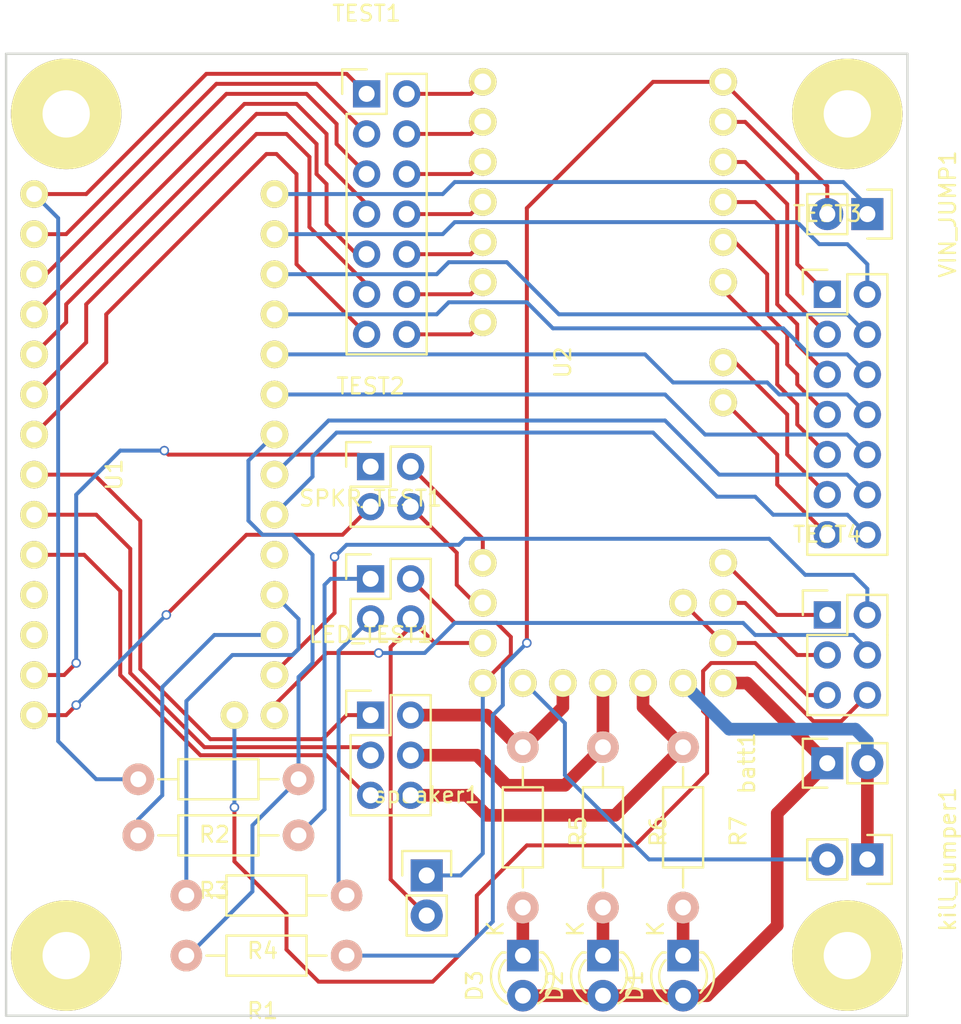
<source format=kicad_pcb>
(kicad_pcb (version 4) (host pcbnew 4.0.2+e4-6225~38~ubuntu14.04.1-stable)

  (general
    (links 72)
    (no_connects 0)
    (area 129.54 53.34 191.77 119.38)
    (thickness 1.6)
    (drawings 4)
    (tracks 339)
    (zones 0)
    (modules 26)
    (nets 63)
  )

  (page A4)
  (layers
    (0 F.Cu signal)
    (31 B.Cu signal)
    (33 F.Adhes user)
    (35 F.Paste user)
    (37 F.SilkS user)
    (39 F.Mask user)
    (40 Dwgs.User user)
    (41 Cmts.User user)
    (42 Eco1.User user)
    (43 Eco2.User user)
    (44 Edge.Cuts user)
    (45 Margin user)
    (47 F.CrtYd user)
    (49 F.Fab user)
  )

  (setup
    (last_trace_width 0.25)
    (trace_clearance 0.2)
    (zone_clearance 0.508)
    (zone_45_only no)
    (trace_min 0.2)
    (segment_width 0.2)
    (edge_width 0.15)
    (via_size 0.6)
    (via_drill 0.4)
    (via_min_size 0.4)
    (via_min_drill 0.3)
    (uvia_size 0.3)
    (uvia_drill 0.1)
    (uvias_allowed no)
    (uvia_min_size 0.2)
    (uvia_min_drill 0.1)
    (pcb_text_width 0.3)
    (pcb_text_size 1.5 1.5)
    (mod_edge_width 0.15)
    (mod_text_size 1 1)
    (mod_text_width 0.15)
    (pad_size 1.524 1.524)
    (pad_drill 0.762)
    (pad_to_mask_clearance 0.2)
    (aux_axis_origin 0 0)
    (visible_elements FFFFFF7F)
    (pcbplotparams
      (layerselection 0x00030_80000001)
      (usegerberextensions false)
      (excludeedgelayer true)
      (linewidth 0.100000)
      (plotframeref false)
      (viasonmask false)
      (mode 1)
      (useauxorigin false)
      (hpglpennumber 1)
      (hpglpenspeed 20)
      (hpglpendiameter 15)
      (hpglpenoverlay 2)
      (psnegative false)
      (psa4output false)
      (plotreference true)
      (plotvalue true)
      (plotinvisibletext false)
      (padsonsilk false)
      (subtractmaskfromsilk false)
      (outputformat 1)
      (mirror false)
      (drillshape 1)
      (scaleselection 1)
      (outputdirectory ""))
  )

  (net 0 "")
  (net 1 "Net-(D1-Pad2)")
  (net 2 "Net-(U2-Pad30)")
  (net 3 "Net-(D1-Pad1)")
  (net 4 "Net-(D2-Pad1)")
  (net 5 "Net-(D3-Pad1)")
  (net 6 "Net-(U2-Pad34)")
  (net 7 6)
  (net 8 "Net-(LED_TEST1-Pad2)")
  (net 9 7)
  (net 10 "Net-(LED_TEST1-Pad4)")
  (net 11 8)
  (net 12 "Net-(LED_TEST1-Pad6)")
  (net 13 "Net-(R1-Pad1)")
  (net 14 20)
  (net 15 "Net-(R3-Pad1)")
  (net 16 15)
  (net 17 "Net-(R4-Pad1)")
  (net 18 16)
  (net 19 "Net-(SPKR_TEST1-Pad2)")
  (net 20 "Net-(SPKR_TEST1-Pad4)")
  (net 21 27)
  (net 22 "Net-(TEST1-Pad2)")
  (net 23 0)
  (net 24 "Net-(TEST1-Pad4)")
  (net 25 1)
  (net 26 "Net-(TEST1-Pad6)")
  (net 27 2)
  (net 28 "Net-(TEST1-Pad8)")
  (net 29 3)
  (net 30 "Net-(TEST1-Pad10)")
  (net 31 4)
  (net 32 "Net-(TEST1-Pad12)")
  (net 33 5)
  (net 34 "Net-(TEST1-Pad14)")
  (net 35 11)
  (net 36 "Net-(TEST2-Pad2)")
  (net 37 12)
  (net 38 "Net-(TEST2-Pad4)")
  (net 39 "Net-(TEST3-Pad1)")
  (net 40 25)
  (net 41 "Net-(TEST3-Pad3)")
  (net 42 24)
  (net 43 "Net-(TEST3-Pad5)")
  (net 44 23)
  (net 45 "Net-(TEST3-Pad7)")
  (net 46 22)
  (net 47 "Net-(TEST3-Pad9)")
  (net 48 21)
  (net 49 "Net-(TEST3-Pad11)")
  (net 50 19)
  (net 51 "Net-(TEST3-Pad13)")
  (net 52 18)
  (net 53 "Net-(TEST4-Pad1)")
  (net 54 14)
  (net 55 "Net-(TEST4-Pad3)")
  (net 56 13)
  (net 57 "Net-(TEST4-Pad5)")
  (net 58 A14)
  (net 59 "Net-(U1-Pad17)")
  (net 60 "Net-(U1-Pad10)")
  (net 61 "Net-(U1-Pad9)")
  (net 62 26)

  (net_class Default "This is the default net class."
    (clearance 0.2)
    (trace_width 0.25)
    (via_dia 0.6)
    (via_drill 0.4)
    (uvia_dia 0.3)
    (uvia_drill 0.1)
    (add_net 0)
    (add_net 1)
    (add_net 11)
    (add_net 12)
    (add_net 13)
    (add_net 14)
    (add_net 15)
    (add_net 16)
    (add_net 18)
    (add_net 19)
    (add_net 2)
    (add_net 20)
    (add_net 21)
    (add_net 22)
    (add_net 23)
    (add_net 24)
    (add_net 25)
    (add_net 26)
    (add_net 27)
    (add_net 3)
    (add_net 4)
    (add_net 5)
    (add_net 6)
    (add_net 7)
    (add_net 8)
    (add_net A14)
    (add_net "Net-(R1-Pad1)")
    (add_net "Net-(R3-Pad1)")
    (add_net "Net-(R4-Pad1)")
    (add_net "Net-(SPKR_TEST1-Pad2)")
    (add_net "Net-(SPKR_TEST1-Pad4)")
    (add_net "Net-(TEST1-Pad10)")
    (add_net "Net-(TEST1-Pad12)")
    (add_net "Net-(TEST1-Pad14)")
    (add_net "Net-(TEST1-Pad2)")
    (add_net "Net-(TEST1-Pad4)")
    (add_net "Net-(TEST1-Pad6)")
    (add_net "Net-(TEST1-Pad8)")
    (add_net "Net-(TEST2-Pad2)")
    (add_net "Net-(TEST2-Pad4)")
    (add_net "Net-(TEST3-Pad1)")
    (add_net "Net-(TEST3-Pad11)")
    (add_net "Net-(TEST3-Pad13)")
    (add_net "Net-(TEST3-Pad3)")
    (add_net "Net-(TEST3-Pad5)")
    (add_net "Net-(TEST3-Pad7)")
    (add_net "Net-(TEST3-Pad9)")
    (add_net "Net-(TEST4-Pad1)")
    (add_net "Net-(TEST4-Pad3)")
    (add_net "Net-(TEST4-Pad5)")
    (add_net "Net-(U1-Pad10)")
    (add_net "Net-(U1-Pad17)")
    (add_net "Net-(U1-Pad9)")
    (add_net "Net-(U2-Pad34)")
  )

  (net_class powa ""
    (clearance 0.2)
    (trace_width 0.8)
    (via_dia 0.6)
    (via_drill 0.4)
    (uvia_dia 0.3)
    (uvia_drill 0.1)
    (add_net "Net-(D1-Pad1)")
    (add_net "Net-(D1-Pad2)")
    (add_net "Net-(D2-Pad1)")
    (add_net "Net-(D3-Pad1)")
    (add_net "Net-(LED_TEST1-Pad2)")
    (add_net "Net-(LED_TEST1-Pad4)")
    (add_net "Net-(LED_TEST1-Pad6)")
    (add_net "Net-(U2-Pad30)")
  )

  (module Pin_Headers:Pin_Header_Straight_1x02 (layer F.Cu) (tedit 54EA090C) (tstamp 58257587)
    (at 182.88 102.108 90)
    (descr "Through hole pin header")
    (tags "pin header")
    (path /58257DC2)
    (fp_text reference batt1 (at 0 -5.1 90) (layer F.SilkS)
      (effects (font (size 1 1) (thickness 0.15)))
    )
    (fp_text value CONN_01X02 (at 0 -3.1 90) (layer F.Fab)
      (effects (font (size 1 1) (thickness 0.15)))
    )
    (fp_line (start 1.27 1.27) (end 1.27 3.81) (layer F.SilkS) (width 0.15))
    (fp_line (start 1.55 -1.55) (end 1.55 0) (layer F.SilkS) (width 0.15))
    (fp_line (start -1.75 -1.75) (end -1.75 4.3) (layer F.CrtYd) (width 0.05))
    (fp_line (start 1.75 -1.75) (end 1.75 4.3) (layer F.CrtYd) (width 0.05))
    (fp_line (start -1.75 -1.75) (end 1.75 -1.75) (layer F.CrtYd) (width 0.05))
    (fp_line (start -1.75 4.3) (end 1.75 4.3) (layer F.CrtYd) (width 0.05))
    (fp_line (start 1.27 1.27) (end -1.27 1.27) (layer F.SilkS) (width 0.15))
    (fp_line (start -1.55 0) (end -1.55 -1.55) (layer F.SilkS) (width 0.15))
    (fp_line (start -1.55 -1.55) (end 1.55 -1.55) (layer F.SilkS) (width 0.15))
    (fp_line (start -1.27 1.27) (end -1.27 3.81) (layer F.SilkS) (width 0.15))
    (fp_line (start -1.27 3.81) (end 1.27 3.81) (layer F.SilkS) (width 0.15))
    (pad 1 thru_hole rect (at 0 0 90) (size 2.032 2.032) (drill 1.016) (layers *.Cu *.Mask)
      (net 1 "Net-(D1-Pad2)"))
    (pad 2 thru_hole oval (at 0 2.54 90) (size 2.032 2.032) (drill 1.016) (layers *.Cu *.Mask)
      (net 2 "Net-(U2-Pad30)"))
    (model Pin_Headers.3dshapes/Pin_Header_Straight_1x02.wrl
      (at (xyz 0 -0.05 0))
      (scale (xyz 1 1 1))
      (rotate (xyz 0 0 90))
    )
  )

  (module LEDs:LED-3MM (layer F.Cu) (tedit 559B82F6) (tstamp 5825758D)
    (at 173.736 114.3 270)
    (descr "LED 3mm round vertical")
    (tags "LED  3mm round vertical")
    (path /58258F26)
    (fp_text reference D1 (at 1.91 3.06 270) (layer F.SilkS)
      (effects (font (size 1 1) (thickness 0.15)))
    )
    (fp_text value LED (at 1.3 -2.9 270) (layer F.Fab)
      (effects (font (size 1 1) (thickness 0.15)))
    )
    (fp_line (start -1.2 2.3) (end 3.8 2.3) (layer F.CrtYd) (width 0.05))
    (fp_line (start 3.8 2.3) (end 3.8 -2.2) (layer F.CrtYd) (width 0.05))
    (fp_line (start 3.8 -2.2) (end -1.2 -2.2) (layer F.CrtYd) (width 0.05))
    (fp_line (start -1.2 -2.2) (end -1.2 2.3) (layer F.CrtYd) (width 0.05))
    (fp_line (start -0.199 1.314) (end -0.199 1.114) (layer F.SilkS) (width 0.15))
    (fp_line (start -0.199 -1.28) (end -0.199 -1.1) (layer F.SilkS) (width 0.15))
    (fp_arc (start 1.301 0.034) (end -0.199 -1.286) (angle 108.5) (layer F.SilkS) (width 0.15))
    (fp_arc (start 1.301 0.034) (end 0.25 -1.1) (angle 85.7) (layer F.SilkS) (width 0.15))
    (fp_arc (start 1.311 0.034) (end 3.051 0.994) (angle 110) (layer F.SilkS) (width 0.15))
    (fp_arc (start 1.301 0.034) (end 2.335 1.094) (angle 87.5) (layer F.SilkS) (width 0.15))
    (fp_text user K (at -1.69 1.74 270) (layer F.SilkS)
      (effects (font (size 1 1) (thickness 0.15)))
    )
    (pad 1 thru_hole rect (at 0 0) (size 2 2) (drill 1.00076) (layers *.Cu *.Mask)
      (net 3 "Net-(D1-Pad1)"))
    (pad 2 thru_hole circle (at 2.54 0 270) (size 2 2) (drill 1.00076) (layers *.Cu *.Mask)
      (net 1 "Net-(D1-Pad2)"))
    (model LEDs.3dshapes/LED-3MM.wrl
      (at (xyz 0.05 0 0))
      (scale (xyz 1 1 1))
      (rotate (xyz 0 0 90))
    )
  )

  (module LEDs:LED-3MM (layer F.Cu) (tedit 559B82F6) (tstamp 58257593)
    (at 168.656 114.3 270)
    (descr "LED 3mm round vertical")
    (tags "LED  3mm round vertical")
    (path /58258EAB)
    (fp_text reference D2 (at 1.91 3.06 270) (layer F.SilkS)
      (effects (font (size 1 1) (thickness 0.15)))
    )
    (fp_text value LED (at 1.3 -2.9 270) (layer F.Fab)
      (effects (font (size 1 1) (thickness 0.15)))
    )
    (fp_line (start -1.2 2.3) (end 3.8 2.3) (layer F.CrtYd) (width 0.05))
    (fp_line (start 3.8 2.3) (end 3.8 -2.2) (layer F.CrtYd) (width 0.05))
    (fp_line (start 3.8 -2.2) (end -1.2 -2.2) (layer F.CrtYd) (width 0.05))
    (fp_line (start -1.2 -2.2) (end -1.2 2.3) (layer F.CrtYd) (width 0.05))
    (fp_line (start -0.199 1.314) (end -0.199 1.114) (layer F.SilkS) (width 0.15))
    (fp_line (start -0.199 -1.28) (end -0.199 -1.1) (layer F.SilkS) (width 0.15))
    (fp_arc (start 1.301 0.034) (end -0.199 -1.286) (angle 108.5) (layer F.SilkS) (width 0.15))
    (fp_arc (start 1.301 0.034) (end 0.25 -1.1) (angle 85.7) (layer F.SilkS) (width 0.15))
    (fp_arc (start 1.311 0.034) (end 3.051 0.994) (angle 110) (layer F.SilkS) (width 0.15))
    (fp_arc (start 1.301 0.034) (end 2.335 1.094) (angle 87.5) (layer F.SilkS) (width 0.15))
    (fp_text user K (at -1.69 1.74 270) (layer F.SilkS)
      (effects (font (size 1 1) (thickness 0.15)))
    )
    (pad 1 thru_hole rect (at 0 0) (size 2 2) (drill 1.00076) (layers *.Cu *.Mask)
      (net 4 "Net-(D2-Pad1)"))
    (pad 2 thru_hole circle (at 2.54 0 270) (size 2 2) (drill 1.00076) (layers *.Cu *.Mask)
      (net 1 "Net-(D1-Pad2)"))
    (model LEDs.3dshapes/LED-3MM.wrl
      (at (xyz 0.05 0 0))
      (scale (xyz 1 1 1))
      (rotate (xyz 0 0 90))
    )
  )

  (module LEDs:LED-3MM (layer F.Cu) (tedit 559B82F6) (tstamp 58257599)
    (at 163.576 114.3 270)
    (descr "LED 3mm round vertical")
    (tags "LED  3mm round vertical")
    (path /58258E2F)
    (fp_text reference D3 (at 1.91 3.06 270) (layer F.SilkS)
      (effects (font (size 1 1) (thickness 0.15)))
    )
    (fp_text value LED (at 1.3 -2.9 270) (layer F.Fab)
      (effects (font (size 1 1) (thickness 0.15)))
    )
    (fp_line (start -1.2 2.3) (end 3.8 2.3) (layer F.CrtYd) (width 0.05))
    (fp_line (start 3.8 2.3) (end 3.8 -2.2) (layer F.CrtYd) (width 0.05))
    (fp_line (start 3.8 -2.2) (end -1.2 -2.2) (layer F.CrtYd) (width 0.05))
    (fp_line (start -1.2 -2.2) (end -1.2 2.3) (layer F.CrtYd) (width 0.05))
    (fp_line (start -0.199 1.314) (end -0.199 1.114) (layer F.SilkS) (width 0.15))
    (fp_line (start -0.199 -1.28) (end -0.199 -1.1) (layer F.SilkS) (width 0.15))
    (fp_arc (start 1.301 0.034) (end -0.199 -1.286) (angle 108.5) (layer F.SilkS) (width 0.15))
    (fp_arc (start 1.301 0.034) (end 0.25 -1.1) (angle 85.7) (layer F.SilkS) (width 0.15))
    (fp_arc (start 1.311 0.034) (end 3.051 0.994) (angle 110) (layer F.SilkS) (width 0.15))
    (fp_arc (start 1.301 0.034) (end 2.335 1.094) (angle 87.5) (layer F.SilkS) (width 0.15))
    (fp_text user K (at -1.69 1.74 270) (layer F.SilkS)
      (effects (font (size 1 1) (thickness 0.15)))
    )
    (pad 1 thru_hole rect (at 0 0) (size 2 2) (drill 1.00076) (layers *.Cu *.Mask)
      (net 5 "Net-(D3-Pad1)"))
    (pad 2 thru_hole circle (at 2.54 0 270) (size 2 2) (drill 1.00076) (layers *.Cu *.Mask)
      (net 1 "Net-(D1-Pad2)"))
    (model LEDs.3dshapes/LED-3MM.wrl
      (at (xyz 0.05 0 0))
      (scale (xyz 1 1 1))
      (rotate (xyz 0 0 90))
    )
  )

  (module Pin_Headers:Pin_Header_Straight_1x02 (layer F.Cu) (tedit 54EA090C) (tstamp 5825759F)
    (at 185.42 108.204 270)
    (descr "Through hole pin header")
    (tags "pin header")
    (path /58259506)
    (fp_text reference kill_jumper1 (at 0 -5.1 270) (layer F.SilkS)
      (effects (font (size 1 1) (thickness 0.15)))
    )
    (fp_text value CONN_01X02 (at 0 -3.1 270) (layer F.Fab)
      (effects (font (size 1 1) (thickness 0.15)))
    )
    (fp_line (start 1.27 1.27) (end 1.27 3.81) (layer F.SilkS) (width 0.15))
    (fp_line (start 1.55 -1.55) (end 1.55 0) (layer F.SilkS) (width 0.15))
    (fp_line (start -1.75 -1.75) (end -1.75 4.3) (layer F.CrtYd) (width 0.05))
    (fp_line (start 1.75 -1.75) (end 1.75 4.3) (layer F.CrtYd) (width 0.05))
    (fp_line (start -1.75 -1.75) (end 1.75 -1.75) (layer F.CrtYd) (width 0.05))
    (fp_line (start -1.75 4.3) (end 1.75 4.3) (layer F.CrtYd) (width 0.05))
    (fp_line (start 1.27 1.27) (end -1.27 1.27) (layer F.SilkS) (width 0.15))
    (fp_line (start -1.55 0) (end -1.55 -1.55) (layer F.SilkS) (width 0.15))
    (fp_line (start -1.55 -1.55) (end 1.55 -1.55) (layer F.SilkS) (width 0.15))
    (fp_line (start -1.27 1.27) (end -1.27 3.81) (layer F.SilkS) (width 0.15))
    (fp_line (start -1.27 3.81) (end 1.27 3.81) (layer F.SilkS) (width 0.15))
    (pad 1 thru_hole rect (at 0 0 270) (size 2.032 2.032) (drill 1.016) (layers *.Cu *.Mask)
      (net 2 "Net-(U2-Pad30)"))
    (pad 2 thru_hole oval (at 0 2.54 270) (size 2.032 2.032) (drill 1.016) (layers *.Cu *.Mask)
      (net 6 "Net-(U2-Pad34)"))
    (model Pin_Headers.3dshapes/Pin_Header_Straight_1x02.wrl
      (at (xyz 0 -0.05 0))
      (scale (xyz 1 1 1))
      (rotate (xyz 0 0 90))
    )
  )

  (module Pin_Headers:Pin_Header_Straight_2x03 (layer F.Cu) (tedit 54EA0A4B) (tstamp 582575A9)
    (at 153.924 99.06)
    (descr "Through hole pin header")
    (tags "pin header")
    (path /58258215)
    (fp_text reference LED_TEST1 (at 0 -5.1) (layer F.SilkS)
      (effects (font (size 1 1) (thickness 0.15)))
    )
    (fp_text value CONN_02X03 (at 0 -3.1) (layer F.Fab)
      (effects (font (size 1 1) (thickness 0.15)))
    )
    (fp_line (start -1.27 1.27) (end -1.27 6.35) (layer F.SilkS) (width 0.15))
    (fp_line (start -1.55 -1.55) (end 0 -1.55) (layer F.SilkS) (width 0.15))
    (fp_line (start -1.75 -1.75) (end -1.75 6.85) (layer F.CrtYd) (width 0.05))
    (fp_line (start 4.3 -1.75) (end 4.3 6.85) (layer F.CrtYd) (width 0.05))
    (fp_line (start -1.75 -1.75) (end 4.3 -1.75) (layer F.CrtYd) (width 0.05))
    (fp_line (start -1.75 6.85) (end 4.3 6.85) (layer F.CrtYd) (width 0.05))
    (fp_line (start 1.27 -1.27) (end 1.27 1.27) (layer F.SilkS) (width 0.15))
    (fp_line (start 1.27 1.27) (end -1.27 1.27) (layer F.SilkS) (width 0.15))
    (fp_line (start -1.27 6.35) (end 3.81 6.35) (layer F.SilkS) (width 0.15))
    (fp_line (start 3.81 6.35) (end 3.81 1.27) (layer F.SilkS) (width 0.15))
    (fp_line (start -1.55 -1.55) (end -1.55 0) (layer F.SilkS) (width 0.15))
    (fp_line (start 3.81 -1.27) (end 1.27 -1.27) (layer F.SilkS) (width 0.15))
    (fp_line (start 3.81 1.27) (end 3.81 -1.27) (layer F.SilkS) (width 0.15))
    (pad 1 thru_hole rect (at 0 0) (size 1.7272 1.7272) (drill 1.016) (layers *.Cu *.Mask)
      (net 7 6))
    (pad 2 thru_hole oval (at 2.54 0) (size 1.7272 1.7272) (drill 1.016) (layers *.Cu *.Mask)
      (net 8 "Net-(LED_TEST1-Pad2)"))
    (pad 3 thru_hole oval (at 0 2.54) (size 1.7272 1.7272) (drill 1.016) (layers *.Cu *.Mask)
      (net 9 7))
    (pad 4 thru_hole oval (at 2.54 2.54) (size 1.7272 1.7272) (drill 1.016) (layers *.Cu *.Mask)
      (net 10 "Net-(LED_TEST1-Pad4)"))
    (pad 5 thru_hole oval (at 0 5.08) (size 1.7272 1.7272) (drill 1.016) (layers *.Cu *.Mask)
      (net 11 8))
    (pad 6 thru_hole oval (at 2.54 5.08) (size 1.7272 1.7272) (drill 1.016) (layers *.Cu *.Mask)
      (net 12 "Net-(LED_TEST1-Pad6)"))
    (model Pin_Headers.3dshapes/Pin_Header_Straight_2x03.wrl
      (at (xyz 0.05 -0.1 0))
      (scale (xyz 1 1 1))
      (rotate (xyz 0 0 90))
    )
  )

  (module Resistors_ThroughHole:Resistor_Horizontal_RM10mm (layer F.Cu) (tedit 56648415) (tstamp 582575AF)
    (at 152.4 114.3 180)
    (descr "Resistor, Axial,  RM 10mm, 1/3W")
    (tags "Resistor Axial RM 10mm 1/3W")
    (path /58219606)
    (fp_text reference R1 (at 5.32892 -3.50012 180) (layer F.SilkS)
      (effects (font (size 1 1) (thickness 0.15)))
    )
    (fp_text value 10k (at 5.08 3.81 180) (layer F.Fab)
      (effects (font (size 1 1) (thickness 0.15)))
    )
    (fp_line (start -1.25 -1.5) (end 11.4 -1.5) (layer F.CrtYd) (width 0.05))
    (fp_line (start -1.25 1.5) (end -1.25 -1.5) (layer F.CrtYd) (width 0.05))
    (fp_line (start 11.4 -1.5) (end 11.4 1.5) (layer F.CrtYd) (width 0.05))
    (fp_line (start -1.25 1.5) (end 11.4 1.5) (layer F.CrtYd) (width 0.05))
    (fp_line (start 2.54 -1.27) (end 7.62 -1.27) (layer F.SilkS) (width 0.15))
    (fp_line (start 7.62 -1.27) (end 7.62 1.27) (layer F.SilkS) (width 0.15))
    (fp_line (start 7.62 1.27) (end 2.54 1.27) (layer F.SilkS) (width 0.15))
    (fp_line (start 2.54 1.27) (end 2.54 -1.27) (layer F.SilkS) (width 0.15))
    (fp_line (start 2.54 0) (end 1.27 0) (layer F.SilkS) (width 0.15))
    (fp_line (start 7.62 0) (end 8.89 0) (layer F.SilkS) (width 0.15))
    (pad 1 thru_hole circle (at 0 0 180) (size 1.99898 1.99898) (drill 1.00076) (layers *.Cu *.SilkS *.Mask)
      (net 13 "Net-(R1-Pad1)"))
    (pad 2 thru_hole circle (at 10.16 0 180) (size 1.99898 1.99898) (drill 1.00076) (layers *.Cu *.SilkS *.Mask)
      (net 14 20))
    (model Resistors_ThroughHole.3dshapes/Resistor_Horizontal_RM10mm.wrl
      (at (xyz 0.2 0 0))
      (scale (xyz 0.4 0.4 0.4))
      (rotate (xyz 0 0 0))
    )
  )

  (module Resistors_ThroughHole:Resistor_Horizontal_RM10mm (layer F.Cu) (tedit 56648415) (tstamp 582575B5)
    (at 149.352 103.124 180)
    (descr "Resistor, Axial,  RM 10mm, 1/3W")
    (tags "Resistor Axial RM 10mm 1/3W")
    (path /58219649)
    (fp_text reference R2 (at 5.32892 -3.50012 180) (layer F.SilkS)
      (effects (font (size 1 1) (thickness 0.15)))
    )
    (fp_text value 10k (at 5.08 3.81 180) (layer F.Fab)
      (effects (font (size 1 1) (thickness 0.15)))
    )
    (fp_line (start -1.25 -1.5) (end 11.4 -1.5) (layer F.CrtYd) (width 0.05))
    (fp_line (start -1.25 1.5) (end -1.25 -1.5) (layer F.CrtYd) (width 0.05))
    (fp_line (start 11.4 -1.5) (end 11.4 1.5) (layer F.CrtYd) (width 0.05))
    (fp_line (start -1.25 1.5) (end 11.4 1.5) (layer F.CrtYd) (width 0.05))
    (fp_line (start 2.54 -1.27) (end 7.62 -1.27) (layer F.SilkS) (width 0.15))
    (fp_line (start 7.62 -1.27) (end 7.62 1.27) (layer F.SilkS) (width 0.15))
    (fp_line (start 7.62 1.27) (end 2.54 1.27) (layer F.SilkS) (width 0.15))
    (fp_line (start 2.54 1.27) (end 2.54 -1.27) (layer F.SilkS) (width 0.15))
    (fp_line (start 2.54 0) (end 1.27 0) (layer F.SilkS) (width 0.15))
    (fp_line (start 7.62 0) (end 8.89 0) (layer F.SilkS) (width 0.15))
    (pad 1 thru_hole circle (at 0 0 180) (size 1.99898 1.99898) (drill 1.00076) (layers *.Cu *.SilkS *.Mask)
      (net 14 20))
    (pad 2 thru_hole circle (at 10.16 0 180) (size 1.99898 1.99898) (drill 1.00076) (layers *.Cu *.SilkS *.Mask)
      (net 21 27))
    (model Resistors_ThroughHole.3dshapes/Resistor_Horizontal_RM10mm.wrl
      (at (xyz 0.2 0 0))
      (scale (xyz 0.4 0.4 0.4))
      (rotate (xyz 0 0 0))
    )
  )

  (module Resistors_ThroughHole:Resistor_Horizontal_RM10mm (layer F.Cu) (tedit 56648415) (tstamp 582575BB)
    (at 149.352 106.68 180)
    (descr "Resistor, Axial,  RM 10mm, 1/3W")
    (tags "Resistor Axial RM 10mm 1/3W")
    (path /58259B37)
    (fp_text reference R3 (at 5.32892 -3.50012 180) (layer F.SilkS)
      (effects (font (size 1 1) (thickness 0.15)))
    )
    (fp_text value 10k (at 5.08 3.81 180) (layer F.Fab)
      (effects (font (size 1 1) (thickness 0.15)))
    )
    (fp_line (start -1.25 -1.5) (end 11.4 -1.5) (layer F.CrtYd) (width 0.05))
    (fp_line (start -1.25 1.5) (end -1.25 -1.5) (layer F.CrtYd) (width 0.05))
    (fp_line (start 11.4 -1.5) (end 11.4 1.5) (layer F.CrtYd) (width 0.05))
    (fp_line (start -1.25 1.5) (end 11.4 1.5) (layer F.CrtYd) (width 0.05))
    (fp_line (start 2.54 -1.27) (end 7.62 -1.27) (layer F.SilkS) (width 0.15))
    (fp_line (start 7.62 -1.27) (end 7.62 1.27) (layer F.SilkS) (width 0.15))
    (fp_line (start 7.62 1.27) (end 2.54 1.27) (layer F.SilkS) (width 0.15))
    (fp_line (start 2.54 1.27) (end 2.54 -1.27) (layer F.SilkS) (width 0.15))
    (fp_line (start 2.54 0) (end 1.27 0) (layer F.SilkS) (width 0.15))
    (fp_line (start 7.62 0) (end 8.89 0) (layer F.SilkS) (width 0.15))
    (pad 1 thru_hole circle (at 0 0 180) (size 1.99898 1.99898) (drill 1.00076) (layers *.Cu *.SilkS *.Mask)
      (net 15 "Net-(R3-Pad1)"))
    (pad 2 thru_hole circle (at 10.16 0 180) (size 1.99898 1.99898) (drill 1.00076) (layers *.Cu *.SilkS *.Mask)
      (net 16 15))
    (model Resistors_ThroughHole.3dshapes/Resistor_Horizontal_RM10mm.wrl
      (at (xyz 0.2 0 0))
      (scale (xyz 0.4 0.4 0.4))
      (rotate (xyz 0 0 0))
    )
  )

  (module Resistors_ThroughHole:Resistor_Horizontal_RM10mm (layer F.Cu) (tedit 56648415) (tstamp 582575C1)
    (at 152.4 110.49 180)
    (descr "Resistor, Axial,  RM 10mm, 1/3W")
    (tags "Resistor Axial RM 10mm 1/3W")
    (path /58259C5C)
    (fp_text reference R4 (at 5.32892 -3.50012 180) (layer F.SilkS)
      (effects (font (size 1 1) (thickness 0.15)))
    )
    (fp_text value 10k (at 5.08 3.81 180) (layer F.Fab)
      (effects (font (size 1 1) (thickness 0.15)))
    )
    (fp_line (start -1.25 -1.5) (end 11.4 -1.5) (layer F.CrtYd) (width 0.05))
    (fp_line (start -1.25 1.5) (end -1.25 -1.5) (layer F.CrtYd) (width 0.05))
    (fp_line (start 11.4 -1.5) (end 11.4 1.5) (layer F.CrtYd) (width 0.05))
    (fp_line (start -1.25 1.5) (end 11.4 1.5) (layer F.CrtYd) (width 0.05))
    (fp_line (start 2.54 -1.27) (end 7.62 -1.27) (layer F.SilkS) (width 0.15))
    (fp_line (start 7.62 -1.27) (end 7.62 1.27) (layer F.SilkS) (width 0.15))
    (fp_line (start 7.62 1.27) (end 2.54 1.27) (layer F.SilkS) (width 0.15))
    (fp_line (start 2.54 1.27) (end 2.54 -1.27) (layer F.SilkS) (width 0.15))
    (fp_line (start 2.54 0) (end 1.27 0) (layer F.SilkS) (width 0.15))
    (fp_line (start 7.62 0) (end 8.89 0) (layer F.SilkS) (width 0.15))
    (pad 1 thru_hole circle (at 0 0 180) (size 1.99898 1.99898) (drill 1.00076) (layers *.Cu *.SilkS *.Mask)
      (net 17 "Net-(R4-Pad1)"))
    (pad 2 thru_hole circle (at 10.16 0 180) (size 1.99898 1.99898) (drill 1.00076) (layers *.Cu *.SilkS *.Mask)
      (net 18 16))
    (model Resistors_ThroughHole.3dshapes/Resistor_Horizontal_RM10mm.wrl
      (at (xyz 0.2 0 0))
      (scale (xyz 0.4 0.4 0.4))
      (rotate (xyz 0 0 0))
    )
  )

  (module Resistors_ThroughHole:Resistor_Horizontal_RM10mm (layer F.Cu) (tedit 582575DB) (tstamp 582575C7)
    (at 163.576 101.092 270)
    (descr "Resistor, Axial,  RM 10mm, 1/3W")
    (tags "Resistor Axial RM 10mm 1/3W")
    (path /58258B55)
    (fp_text reference R5 (at 5.32892 -3.50012 270) (layer F.SilkS)
      (effects (font (size 1 1) (thickness 0.15)))
    )
    (fp_text value 3ohm (at 5.08 3.81 270) (layer F.Fab)
      (effects (font (size 1 1) (thickness 0.15)))
    )
    (fp_line (start -1.25 -1.5) (end 11.4 -1.5) (layer F.CrtYd) (width 0.05))
    (fp_line (start -1.25 1.5) (end -1.25 -1.5) (layer F.CrtYd) (width 0.05))
    (fp_line (start 11.4 -1.5) (end 11.4 1.5) (layer F.CrtYd) (width 0.05))
    (fp_line (start -1.25 1.5) (end 11.4 1.5) (layer F.CrtYd) (width 0.05))
    (fp_line (start 2.54 -1.27) (end 7.62 -1.27) (layer F.SilkS) (width 0.15))
    (fp_line (start 7.62 -1.27) (end 7.62 1.27) (layer F.SilkS) (width 0.15))
    (fp_line (start 7.62 1.27) (end 2.54 1.27) (layer F.SilkS) (width 0.15))
    (fp_line (start 2.54 1.27) (end 2.54 -1.27) (layer F.SilkS) (width 0.15))
    (fp_line (start 2.54 0) (end 1.27 0) (layer F.SilkS) (width 0.15))
    (fp_line (start 7.62 0) (end 8.89 0) (layer F.SilkS) (width 0.15))
    (pad 1 thru_hole circle (at 0 0 270) (size 1.99898 1.99898) (drill 1.00076) (layers *.Cu *.SilkS *.Mask)
      (net 8 "Net-(LED_TEST1-Pad2)"))
    (pad 2 thru_hole circle (at 10.16 0 270) (size 1.99898 1.99898) (drill 1.00076) (layers *.Cu *.SilkS *.Mask)
      (net 5 "Net-(D3-Pad1)"))
    (model Resistors_ThroughHole.3dshapes/Resistor_Horizontal_RM10mm.wrl
      (at (xyz 0.2 0 0))
      (scale (xyz 0.4 0.4 0.4))
      (rotate (xyz 0 0 0))
    )
  )

  (module Resistors_ThroughHole:Resistor_Horizontal_RM10mm (layer F.Cu) (tedit 56648415) (tstamp 582575CD)
    (at 168.656 101.092 270)
    (descr "Resistor, Axial,  RM 10mm, 1/3W")
    (tags "Resistor Axial RM 10mm 1/3W")
    (path /58258BB2)
    (fp_text reference R6 (at 5.32892 -3.50012 270) (layer F.SilkS)
      (effects (font (size 1 1) (thickness 0.15)))
    )
    (fp_text value 3ohm (at 5.08 3.81 270) (layer F.Fab)
      (effects (font (size 1 1) (thickness 0.15)))
    )
    (fp_line (start -1.25 -1.5) (end 11.4 -1.5) (layer F.CrtYd) (width 0.05))
    (fp_line (start -1.25 1.5) (end -1.25 -1.5) (layer F.CrtYd) (width 0.05))
    (fp_line (start 11.4 -1.5) (end 11.4 1.5) (layer F.CrtYd) (width 0.05))
    (fp_line (start -1.25 1.5) (end 11.4 1.5) (layer F.CrtYd) (width 0.05))
    (fp_line (start 2.54 -1.27) (end 7.62 -1.27) (layer F.SilkS) (width 0.15))
    (fp_line (start 7.62 -1.27) (end 7.62 1.27) (layer F.SilkS) (width 0.15))
    (fp_line (start 7.62 1.27) (end 2.54 1.27) (layer F.SilkS) (width 0.15))
    (fp_line (start 2.54 1.27) (end 2.54 -1.27) (layer F.SilkS) (width 0.15))
    (fp_line (start 2.54 0) (end 1.27 0) (layer F.SilkS) (width 0.15))
    (fp_line (start 7.62 0) (end 8.89 0) (layer F.SilkS) (width 0.15))
    (pad 1 thru_hole circle (at 0 0 270) (size 1.99898 1.99898) (drill 1.00076) (layers *.Cu *.SilkS *.Mask)
      (net 10 "Net-(LED_TEST1-Pad4)"))
    (pad 2 thru_hole circle (at 10.16 0 270) (size 1.99898 1.99898) (drill 1.00076) (layers *.Cu *.SilkS *.Mask)
      (net 4 "Net-(D2-Pad1)"))
    (model Resistors_ThroughHole.3dshapes/Resistor_Horizontal_RM10mm.wrl
      (at (xyz 0.2 0 0))
      (scale (xyz 0.4 0.4 0.4))
      (rotate (xyz 0 0 0))
    )
  )

  (module Resistors_ThroughHole:Resistor_Horizontal_RM10mm (layer F.Cu) (tedit 56648415) (tstamp 582575D3)
    (at 173.736 101.092 270)
    (descr "Resistor, Axial,  RM 10mm, 1/3W")
    (tags "Resistor Axial RM 10mm 1/3W")
    (path /58258BFC)
    (fp_text reference R7 (at 5.32892 -3.50012 270) (layer F.SilkS)
      (effects (font (size 1 1) (thickness 0.15)))
    )
    (fp_text value 3ohm (at 5.08 3.81 270) (layer F.Fab)
      (effects (font (size 1 1) (thickness 0.15)))
    )
    (fp_line (start -1.25 -1.5) (end 11.4 -1.5) (layer F.CrtYd) (width 0.05))
    (fp_line (start -1.25 1.5) (end -1.25 -1.5) (layer F.CrtYd) (width 0.05))
    (fp_line (start 11.4 -1.5) (end 11.4 1.5) (layer F.CrtYd) (width 0.05))
    (fp_line (start -1.25 1.5) (end 11.4 1.5) (layer F.CrtYd) (width 0.05))
    (fp_line (start 2.54 -1.27) (end 7.62 -1.27) (layer F.SilkS) (width 0.15))
    (fp_line (start 7.62 -1.27) (end 7.62 1.27) (layer F.SilkS) (width 0.15))
    (fp_line (start 7.62 1.27) (end 2.54 1.27) (layer F.SilkS) (width 0.15))
    (fp_line (start 2.54 1.27) (end 2.54 -1.27) (layer F.SilkS) (width 0.15))
    (fp_line (start 2.54 0) (end 1.27 0) (layer F.SilkS) (width 0.15))
    (fp_line (start 7.62 0) (end 8.89 0) (layer F.SilkS) (width 0.15))
    (pad 1 thru_hole circle (at 0 0 270) (size 1.99898 1.99898) (drill 1.00076) (layers *.Cu *.SilkS *.Mask)
      (net 12 "Net-(LED_TEST1-Pad6)"))
    (pad 2 thru_hole circle (at 10.16 0 270) (size 1.99898 1.99898) (drill 1.00076) (layers *.Cu *.SilkS *.Mask)
      (net 3 "Net-(D1-Pad1)"))
    (model Resistors_ThroughHole.3dshapes/Resistor_Horizontal_RM10mm.wrl
      (at (xyz 0.2 0 0))
      (scale (xyz 0.4 0.4 0.4))
      (rotate (xyz 0 0 0))
    )
  )

  (module Pin_Headers:Pin_Header_Straight_1x02 (layer F.Cu) (tedit 54EA090C) (tstamp 582575D9)
    (at 157.48 109.22)
    (descr "Through hole pin header")
    (tags "pin header")
    (path /58258038)
    (fp_text reference speaker1 (at 0 -5.1) (layer F.SilkS)
      (effects (font (size 1 1) (thickness 0.15)))
    )
    (fp_text value CONN_01X02 (at 0 -3.1) (layer F.Fab)
      (effects (font (size 1 1) (thickness 0.15)))
    )
    (fp_line (start 1.27 1.27) (end 1.27 3.81) (layer F.SilkS) (width 0.15))
    (fp_line (start 1.55 -1.55) (end 1.55 0) (layer F.SilkS) (width 0.15))
    (fp_line (start -1.75 -1.75) (end -1.75 4.3) (layer F.CrtYd) (width 0.05))
    (fp_line (start 1.75 -1.75) (end 1.75 4.3) (layer F.CrtYd) (width 0.05))
    (fp_line (start -1.75 -1.75) (end 1.75 -1.75) (layer F.CrtYd) (width 0.05))
    (fp_line (start -1.75 4.3) (end 1.75 4.3) (layer F.CrtYd) (width 0.05))
    (fp_line (start 1.27 1.27) (end -1.27 1.27) (layer F.SilkS) (width 0.15))
    (fp_line (start -1.55 0) (end -1.55 -1.55) (layer F.SilkS) (width 0.15))
    (fp_line (start -1.55 -1.55) (end 1.55 -1.55) (layer F.SilkS) (width 0.15))
    (fp_line (start -1.27 1.27) (end -1.27 3.81) (layer F.SilkS) (width 0.15))
    (fp_line (start -1.27 3.81) (end 1.27 3.81) (layer F.SilkS) (width 0.15))
    (pad 1 thru_hole rect (at 0 0) (size 2.032 2.032) (drill 1.016) (layers *.Cu *.Mask)
      (net 19 "Net-(SPKR_TEST1-Pad2)"))
    (pad 2 thru_hole oval (at 0 2.54) (size 2.032 2.032) (drill 1.016) (layers *.Cu *.Mask)
      (net 20 "Net-(SPKR_TEST1-Pad4)"))
    (model Pin_Headers.3dshapes/Pin_Header_Straight_1x02.wrl
      (at (xyz 0 -0.05 0))
      (scale (xyz 1 1 1))
      (rotate (xyz 0 0 90))
    )
  )

  (module Pin_Headers:Pin_Header_Straight_2x02 (layer F.Cu) (tedit 0) (tstamp 582575E1)
    (at 153.924 90.424)
    (descr "Through hole pin header")
    (tags "pin header")
    (path /582598D8)
    (fp_text reference SPKR_TEST1 (at 0 -5.1) (layer F.SilkS)
      (effects (font (size 1 1) (thickness 0.15)))
    )
    (fp_text value CONN_02X02 (at 0 -3.1) (layer F.Fab)
      (effects (font (size 1 1) (thickness 0.15)))
    )
    (fp_line (start -1.75 -1.75) (end -1.75 4.3) (layer F.CrtYd) (width 0.05))
    (fp_line (start 4.3 -1.75) (end 4.3 4.3) (layer F.CrtYd) (width 0.05))
    (fp_line (start -1.75 -1.75) (end 4.3 -1.75) (layer F.CrtYd) (width 0.05))
    (fp_line (start -1.75 4.3) (end 4.3 4.3) (layer F.CrtYd) (width 0.05))
    (fp_line (start -1.55 0) (end -1.55 -1.55) (layer F.SilkS) (width 0.15))
    (fp_line (start 0 -1.55) (end -1.55 -1.55) (layer F.SilkS) (width 0.15))
    (fp_line (start -1.27 1.27) (end 1.27 1.27) (layer F.SilkS) (width 0.15))
    (fp_line (start 1.27 1.27) (end 1.27 -1.27) (layer F.SilkS) (width 0.15))
    (fp_line (start 1.27 -1.27) (end 3.81 -1.27) (layer F.SilkS) (width 0.15))
    (fp_line (start 3.81 -1.27) (end 3.81 3.81) (layer F.SilkS) (width 0.15))
    (fp_line (start 3.81 3.81) (end -1.27 3.81) (layer F.SilkS) (width 0.15))
    (fp_line (start -1.27 3.81) (end -1.27 1.27) (layer F.SilkS) (width 0.15))
    (pad 1 thru_hole rect (at 0 0) (size 1.7272 1.7272) (drill 1.016) (layers *.Cu *.Mask)
      (net 15 "Net-(R3-Pad1)"))
    (pad 2 thru_hole oval (at 2.54 0) (size 1.7272 1.7272) (drill 1.016) (layers *.Cu *.Mask)
      (net 19 "Net-(SPKR_TEST1-Pad2)"))
    (pad 3 thru_hole oval (at 0 2.54) (size 1.7272 1.7272) (drill 1.016) (layers *.Cu *.Mask)
      (net 17 "Net-(R4-Pad1)"))
    (pad 4 thru_hole oval (at 2.54 2.54) (size 1.7272 1.7272) (drill 1.016) (layers *.Cu *.Mask)
      (net 20 "Net-(SPKR_TEST1-Pad4)"))
    (model Pin_Headers.3dshapes/Pin_Header_Straight_2x02.wrl
      (at (xyz 0.05 -0.05 0))
      (scale (xyz 1 1 1))
      (rotate (xyz 0 0 90))
    )
  )

  (module Pin_Headers:Pin_Header_Straight_2x07 (layer F.Cu) (tedit 0) (tstamp 582575F3)
    (at 153.67 59.69)
    (descr "Through hole pin header")
    (tags "pin header")
    (path /58257272)
    (fp_text reference TEST1 (at 0 -5.1) (layer F.SilkS)
      (effects (font (size 1 1) (thickness 0.15)))
    )
    (fp_text value CONN_02X07 (at 0 -3.1) (layer F.Fab)
      (effects (font (size 1 1) (thickness 0.15)))
    )
    (fp_line (start -1.75 -1.75) (end -1.75 17) (layer F.CrtYd) (width 0.05))
    (fp_line (start 4.3 -1.75) (end 4.3 17) (layer F.CrtYd) (width 0.05))
    (fp_line (start -1.75 -1.75) (end 4.3 -1.75) (layer F.CrtYd) (width 0.05))
    (fp_line (start -1.75 17) (end 4.3 17) (layer F.CrtYd) (width 0.05))
    (fp_line (start 3.81 16.51) (end 3.81 -1.27) (layer F.SilkS) (width 0.15))
    (fp_line (start -1.27 1.27) (end -1.27 16.51) (layer F.SilkS) (width 0.15))
    (fp_line (start 3.81 16.51) (end -1.27 16.51) (layer F.SilkS) (width 0.15))
    (fp_line (start 3.81 -1.27) (end 1.27 -1.27) (layer F.SilkS) (width 0.15))
    (fp_line (start 0 -1.55) (end -1.55 -1.55) (layer F.SilkS) (width 0.15))
    (fp_line (start 1.27 -1.27) (end 1.27 1.27) (layer F.SilkS) (width 0.15))
    (fp_line (start 1.27 1.27) (end -1.27 1.27) (layer F.SilkS) (width 0.15))
    (fp_line (start -1.55 -1.55) (end -1.55 0) (layer F.SilkS) (width 0.15))
    (pad 1 thru_hole rect (at 0 0) (size 1.7272 1.7272) (drill 1.016) (layers *.Cu *.Mask)
      (net 21 27))
    (pad 2 thru_hole oval (at 2.54 0) (size 1.7272 1.7272) (drill 1.016) (layers *.Cu *.Mask)
      (net 22 "Net-(TEST1-Pad2)"))
    (pad 3 thru_hole oval (at 0 2.54) (size 1.7272 1.7272) (drill 1.016) (layers *.Cu *.Mask)
      (net 23 0))
    (pad 4 thru_hole oval (at 2.54 2.54) (size 1.7272 1.7272) (drill 1.016) (layers *.Cu *.Mask)
      (net 24 "Net-(TEST1-Pad4)"))
    (pad 5 thru_hole oval (at 0 5.08) (size 1.7272 1.7272) (drill 1.016) (layers *.Cu *.Mask)
      (net 25 1))
    (pad 6 thru_hole oval (at 2.54 5.08) (size 1.7272 1.7272) (drill 1.016) (layers *.Cu *.Mask)
      (net 26 "Net-(TEST1-Pad6)"))
    (pad 7 thru_hole oval (at 0 7.62) (size 1.7272 1.7272) (drill 1.016) (layers *.Cu *.Mask)
      (net 27 2))
    (pad 8 thru_hole oval (at 2.54 7.62) (size 1.7272 1.7272) (drill 1.016) (layers *.Cu *.Mask)
      (net 28 "Net-(TEST1-Pad8)"))
    (pad 9 thru_hole oval (at 0 10.16) (size 1.7272 1.7272) (drill 1.016) (layers *.Cu *.Mask)
      (net 29 3))
    (pad 10 thru_hole oval (at 2.54 10.16) (size 1.7272 1.7272) (drill 1.016) (layers *.Cu *.Mask)
      (net 30 "Net-(TEST1-Pad10)"))
    (pad 11 thru_hole oval (at 0 12.7) (size 1.7272 1.7272) (drill 1.016) (layers *.Cu *.Mask)
      (net 31 4))
    (pad 12 thru_hole oval (at 2.54 12.7) (size 1.7272 1.7272) (drill 1.016) (layers *.Cu *.Mask)
      (net 32 "Net-(TEST1-Pad12)"))
    (pad 13 thru_hole oval (at 0 15.24) (size 1.7272 1.7272) (drill 1.016) (layers *.Cu *.Mask)
      (net 33 5))
    (pad 14 thru_hole oval (at 2.54 15.24) (size 1.7272 1.7272) (drill 1.016) (layers *.Cu *.Mask)
      (net 34 "Net-(TEST1-Pad14)"))
    (model Pin_Headers.3dshapes/Pin_Header_Straight_2x07.wrl
      (at (xyz 0.05 -0.3 0))
      (scale (xyz 1 1 1))
      (rotate (xyz 0 0 90))
    )
  )

  (module Pin_Headers:Pin_Header_Straight_2x02 (layer F.Cu) (tedit 0) (tstamp 582575FB)
    (at 153.924 83.312)
    (descr "Through hole pin header")
    (tags "pin header")
    (path /58257999)
    (fp_text reference TEST2 (at 0 -5.1) (layer F.SilkS)
      (effects (font (size 1 1) (thickness 0.15)))
    )
    (fp_text value CONN_02X02 (at 0 -3.1) (layer F.Fab)
      (effects (font (size 1 1) (thickness 0.15)))
    )
    (fp_line (start -1.75 -1.75) (end -1.75 4.3) (layer F.CrtYd) (width 0.05))
    (fp_line (start 4.3 -1.75) (end 4.3 4.3) (layer F.CrtYd) (width 0.05))
    (fp_line (start -1.75 -1.75) (end 4.3 -1.75) (layer F.CrtYd) (width 0.05))
    (fp_line (start -1.75 4.3) (end 4.3 4.3) (layer F.CrtYd) (width 0.05))
    (fp_line (start -1.55 0) (end -1.55 -1.55) (layer F.SilkS) (width 0.15))
    (fp_line (start 0 -1.55) (end -1.55 -1.55) (layer F.SilkS) (width 0.15))
    (fp_line (start -1.27 1.27) (end 1.27 1.27) (layer F.SilkS) (width 0.15))
    (fp_line (start 1.27 1.27) (end 1.27 -1.27) (layer F.SilkS) (width 0.15))
    (fp_line (start 1.27 -1.27) (end 3.81 -1.27) (layer F.SilkS) (width 0.15))
    (fp_line (start 3.81 -1.27) (end 3.81 3.81) (layer F.SilkS) (width 0.15))
    (fp_line (start 3.81 3.81) (end -1.27 3.81) (layer F.SilkS) (width 0.15))
    (fp_line (start -1.27 3.81) (end -1.27 1.27) (layer F.SilkS) (width 0.15))
    (pad 1 thru_hole rect (at 0 0) (size 1.7272 1.7272) (drill 1.016) (layers *.Cu *.Mask)
      (net 35 11))
    (pad 2 thru_hole oval (at 2.54 0) (size 1.7272 1.7272) (drill 1.016) (layers *.Cu *.Mask)
      (net 36 "Net-(TEST2-Pad2)"))
    (pad 3 thru_hole oval (at 0 2.54) (size 1.7272 1.7272) (drill 1.016) (layers *.Cu *.Mask)
      (net 37 12))
    (pad 4 thru_hole oval (at 2.54 2.54) (size 1.7272 1.7272) (drill 1.016) (layers *.Cu *.Mask)
      (net 38 "Net-(TEST2-Pad4)"))
    (model Pin_Headers.3dshapes/Pin_Header_Straight_2x02.wrl
      (at (xyz 0.05 -0.05 0))
      (scale (xyz 1 1 1))
      (rotate (xyz 0 0 90))
    )
  )

  (module Pin_Headers:Pin_Header_Straight_2x07 (layer F.Cu) (tedit 0) (tstamp 5825760D)
    (at 182.88 72.39)
    (descr "Through hole pin header")
    (tags "pin header")
    (path /5825C9BC)
    (fp_text reference TEST3 (at 0 -5.1) (layer F.SilkS)
      (effects (font (size 1 1) (thickness 0.15)))
    )
    (fp_text value CONN_02X07 (at 0 -3.1) (layer F.Fab)
      (effects (font (size 1 1) (thickness 0.15)))
    )
    (fp_line (start -1.75 -1.75) (end -1.75 17) (layer F.CrtYd) (width 0.05))
    (fp_line (start 4.3 -1.75) (end 4.3 17) (layer F.CrtYd) (width 0.05))
    (fp_line (start -1.75 -1.75) (end 4.3 -1.75) (layer F.CrtYd) (width 0.05))
    (fp_line (start -1.75 17) (end 4.3 17) (layer F.CrtYd) (width 0.05))
    (fp_line (start 3.81 16.51) (end 3.81 -1.27) (layer F.SilkS) (width 0.15))
    (fp_line (start -1.27 1.27) (end -1.27 16.51) (layer F.SilkS) (width 0.15))
    (fp_line (start 3.81 16.51) (end -1.27 16.51) (layer F.SilkS) (width 0.15))
    (fp_line (start 3.81 -1.27) (end 1.27 -1.27) (layer F.SilkS) (width 0.15))
    (fp_line (start 0 -1.55) (end -1.55 -1.55) (layer F.SilkS) (width 0.15))
    (fp_line (start 1.27 -1.27) (end 1.27 1.27) (layer F.SilkS) (width 0.15))
    (fp_line (start 1.27 1.27) (end -1.27 1.27) (layer F.SilkS) (width 0.15))
    (fp_line (start -1.55 -1.55) (end -1.55 0) (layer F.SilkS) (width 0.15))
    (pad 1 thru_hole rect (at 0 0) (size 1.7272 1.7272) (drill 1.016) (layers *.Cu *.Mask)
      (net 39 "Net-(TEST3-Pad1)"))
    (pad 2 thru_hole oval (at 2.54 0) (size 1.7272 1.7272) (drill 1.016) (layers *.Cu *.Mask)
      (net 40 25))
    (pad 3 thru_hole oval (at 0 2.54) (size 1.7272 1.7272) (drill 1.016) (layers *.Cu *.Mask)
      (net 41 "Net-(TEST3-Pad3)"))
    (pad 4 thru_hole oval (at 2.54 2.54) (size 1.7272 1.7272) (drill 1.016) (layers *.Cu *.Mask)
      (net 42 24))
    (pad 5 thru_hole oval (at 0 5.08) (size 1.7272 1.7272) (drill 1.016) (layers *.Cu *.Mask)
      (net 43 "Net-(TEST3-Pad5)"))
    (pad 6 thru_hole oval (at 2.54 5.08) (size 1.7272 1.7272) (drill 1.016) (layers *.Cu *.Mask)
      (net 44 23))
    (pad 7 thru_hole oval (at 0 7.62) (size 1.7272 1.7272) (drill 1.016) (layers *.Cu *.Mask)
      (net 45 "Net-(TEST3-Pad7)"))
    (pad 8 thru_hole oval (at 2.54 7.62) (size 1.7272 1.7272) (drill 1.016) (layers *.Cu *.Mask)
      (net 46 22))
    (pad 9 thru_hole oval (at 0 10.16) (size 1.7272 1.7272) (drill 1.016) (layers *.Cu *.Mask)
      (net 47 "Net-(TEST3-Pad9)"))
    (pad 10 thru_hole oval (at 2.54 10.16) (size 1.7272 1.7272) (drill 1.016) (layers *.Cu *.Mask)
      (net 48 21))
    (pad 11 thru_hole oval (at 0 12.7) (size 1.7272 1.7272) (drill 1.016) (layers *.Cu *.Mask)
      (net 49 "Net-(TEST3-Pad11)"))
    (pad 12 thru_hole oval (at 2.54 12.7) (size 1.7272 1.7272) (drill 1.016) (layers *.Cu *.Mask)
      (net 50 19))
    (pad 13 thru_hole oval (at 0 15.24) (size 1.7272 1.7272) (drill 1.016) (layers *.Cu *.Mask)
      (net 51 "Net-(TEST3-Pad13)"))
    (pad 14 thru_hole oval (at 2.54 15.24) (size 1.7272 1.7272) (drill 1.016) (layers *.Cu *.Mask)
      (net 52 18))
    (model Pin_Headers.3dshapes/Pin_Header_Straight_2x07.wrl
      (at (xyz 0.05 -0.3 0))
      (scale (xyz 1 1 1))
      (rotate (xyz 0 0 90))
    )
  )

  (module Pin_Headers:Pin_Header_Straight_2x03 (layer F.Cu) (tedit 54EA0A4B) (tstamp 58257617)
    (at 182.88 92.71)
    (descr "Through hole pin header")
    (tags "pin header")
    (path /58256F7B)
    (fp_text reference TEST4 (at 0 -5.1) (layer F.SilkS)
      (effects (font (size 1 1) (thickness 0.15)))
    )
    (fp_text value CONN_02X03 (at 0 -3.1) (layer F.Fab)
      (effects (font (size 1 1) (thickness 0.15)))
    )
    (fp_line (start -1.27 1.27) (end -1.27 6.35) (layer F.SilkS) (width 0.15))
    (fp_line (start -1.55 -1.55) (end 0 -1.55) (layer F.SilkS) (width 0.15))
    (fp_line (start -1.75 -1.75) (end -1.75 6.85) (layer F.CrtYd) (width 0.05))
    (fp_line (start 4.3 -1.75) (end 4.3 6.85) (layer F.CrtYd) (width 0.05))
    (fp_line (start -1.75 -1.75) (end 4.3 -1.75) (layer F.CrtYd) (width 0.05))
    (fp_line (start -1.75 6.85) (end 4.3 6.85) (layer F.CrtYd) (width 0.05))
    (fp_line (start 1.27 -1.27) (end 1.27 1.27) (layer F.SilkS) (width 0.15))
    (fp_line (start 1.27 1.27) (end -1.27 1.27) (layer F.SilkS) (width 0.15))
    (fp_line (start -1.27 6.35) (end 3.81 6.35) (layer F.SilkS) (width 0.15))
    (fp_line (start 3.81 6.35) (end 3.81 1.27) (layer F.SilkS) (width 0.15))
    (fp_line (start -1.55 -1.55) (end -1.55 0) (layer F.SilkS) (width 0.15))
    (fp_line (start 3.81 -1.27) (end 1.27 -1.27) (layer F.SilkS) (width 0.15))
    (fp_line (start 3.81 1.27) (end 3.81 -1.27) (layer F.SilkS) (width 0.15))
    (pad 1 thru_hole rect (at 0 0) (size 1.7272 1.7272) (drill 1.016) (layers *.Cu *.Mask)
      (net 53 "Net-(TEST4-Pad1)"))
    (pad 2 thru_hole oval (at 2.54 0) (size 1.7272 1.7272) (drill 1.016) (layers *.Cu *.Mask)
      (net 54 14))
    (pad 3 thru_hole oval (at 0 2.54) (size 1.7272 1.7272) (drill 1.016) (layers *.Cu *.Mask)
      (net 55 "Net-(TEST4-Pad3)"))
    (pad 4 thru_hole oval (at 2.54 2.54) (size 1.7272 1.7272) (drill 1.016) (layers *.Cu *.Mask)
      (net 56 13))
    (pad 5 thru_hole oval (at 0 5.08) (size 1.7272 1.7272) (drill 1.016) (layers *.Cu *.Mask)
      (net 57 "Net-(TEST4-Pad5)"))
    (pad 6 thru_hole oval (at 2.54 5.08) (size 1.7272 1.7272) (drill 1.016) (layers *.Cu *.Mask)
      (net 58 A14))
    (model Pin_Headers.3dshapes/Pin_Header_Straight_2x03.wrl
      (at (xyz 0.05 -0.1 0))
      (scale (xyz 1 1 1))
      (rotate (xyz 0 0 90))
    )
  )

  (module lightsaber_parts:teensy32-basic (layer F.Cu) (tedit 58256F41) (tstamp 58257638)
    (at 140.208 83.82 270)
    (path /582175C5)
    (fp_text reference U1 (at 0 2.54 270) (layer F.SilkS)
      (effects (font (size 1 1) (thickness 0.15)))
    )
    (fp_text value Teensy_3.1 (at 0 -2.54 270) (layer F.Fab)
      (effects (font (size 1 1) (thickness 0.15)))
    )
    (pad 15 thru_hole circle (at 10.16 -7.62 270) (size 1.75 1.75) (drill 1) (layers *.Cu *.Mask F.SilkS)
      (net 16 15))
    (pad 16 thru_hole circle (at 7.62 -7.62 270) (size 1.75 1.75) (drill 1) (layers *.Cu *.Mask F.SilkS)
      (net 18 16))
    (pad 17 thru_hole circle (at 5.08 -7.62 270) (size 1.75 1.75) (drill 1) (layers *.Cu *.Mask F.SilkS)
      (net 59 "Net-(U1-Pad17)"))
    (pad 20 thru_hole circle (at -2.54 -7.62 270) (size 1.75 1.75) (drill 1) (layers *.Cu *.Mask F.SilkS)
      (net 14 20))
    (pad 10 thru_hole circle (at 10.16 7.62 270) (size 1.75 1.75) (drill 1) (layers *.Cu *.Mask F.SilkS)
      (net 60 "Net-(U1-Pad10)"))
    (pad 9 thru_hole circle (at 7.62 7.62 270) (size 1.75 1.75) (drill 1) (layers *.Cu *.Mask F.SilkS)
      (net 61 "Net-(U1-Pad9)"))
    (pad 8 thru_hole circle (at 5.08 7.62 270) (size 1.75 1.75) (drill 1) (layers *.Cu *.Mask F.SilkS)
      (net 11 8))
    (pad 7 thru_hole circle (at 2.54 7.62 270) (size 1.75 1.75) (drill 1) (layers *.Cu *.Mask F.SilkS)
      (net 9 7))
    (pad 6 thru_hole circle (at 0 7.62 270) (size 1.75 1.75) (drill 1) (layers *.Cu *.Mask F.SilkS)
      (net 7 6))
    (pad 5 thru_hole circle (at -2.54 7.62 270) (size 1.75 1.75) (drill 1) (layers *.Cu *.Mask F.SilkS)
      (net 33 5))
    (pad 4 thru_hole circle (at -5.08 7.62 270) (size 1.75 1.75) (drill 1) (layers *.Cu *.Mask F.SilkS)
      (net 31 4))
    (pad 3 thru_hole circle (at -7.62 7.62 270) (size 1.75 1.75) (drill 1) (layers *.Cu *.Mask F.SilkS)
      (net 29 3))
    (pad 0 thru_hole circle (at -15.24 7.62 270) (size 1.75 1.75) (drill 1) (layers *.Cu *.Mask F.SilkS)
      (net 23 0))
    (pad 2 thru_hole circle (at -10.16 7.62 270) (size 1.75 1.75) (drill 1) (layers *.Cu *.Mask F.SilkS)
      (net 27 2))
    (pad 1 thru_hole circle (at -12.7 7.62 270) (size 1.75 1.75) (drill 1) (layers *.Cu *.Mask F.SilkS)
      (net 25 1))
    (pad 11 thru_hole circle (at 12.7 7.62 270) (size 1.75 1.75) (drill 1) (layers *.Cu *.Mask F.SilkS)
      (net 35 11))
    (pad 12 thru_hole circle (at 15.24 7.62 270) (size 1.75 1.75) (drill 1) (layers *.Cu *.Mask F.SilkS)
      (net 37 12))
    (pad 13 thru_hole circle (at 15.24 -7.62 270) (size 1.75 1.75) (drill 1) (layers *.Cu *.Mask F.SilkS)
      (net 56 13))
    (pad 14 thru_hole circle (at 12.7 -7.62 270) (size 1.75 1.75) (drill 1) (layers *.Cu *.Mask F.SilkS)
      (net 54 14))
    (pad 18 thru_hole circle (at 2.54 -7.62 270) (size 1.75 1.75) (drill 1) (layers *.Cu *.Mask F.SilkS)
      (net 52 18))
    (pad 19 thru_hole circle (at 0 -7.62 270) (size 1.75 1.75) (drill 1) (layers *.Cu *.Mask F.SilkS)
      (net 50 19))
    (pad 21 thru_hole circle (at -5.08 -7.62 270) (size 1.75 1.75) (drill 1) (layers *.Cu *.Mask F.SilkS)
      (net 48 21))
    (pad 22 thru_hole circle (at -7.62 -7.62 270) (size 1.75 1.75) (drill 1) (layers *.Cu *.Mask F.SilkS)
      (net 46 22))
    (pad 23 thru_hole circle (at -10.16 -7.62 270) (size 1.75 1.75) (drill 1) (layers *.Cu *.Mask F.SilkS)
      (net 44 23))
    (pad 24 thru_hole circle (at -12.7 -7.62 270) (size 1.75 1.75) (drill 1) (layers *.Cu *.Mask F.SilkS)
      (net 42 24))
    (pad 25 thru_hole circle (at -15.24 -7.62 270) (size 1.75 1.75) (drill 1) (layers *.Cu *.Mask F.SilkS)
      (net 40 25))
    (pad 26 thru_hole circle (at -17.78 -7.62 270) (size 1.75 1.75) (drill 1) (layers *.Cu *.Mask F.SilkS)
      (net 62 26))
    (pad 27 thru_hole circle (at -17.78 7.62 270) (size 1.75 1.75) (drill 1) (layers *.Cu *.Mask F.SilkS)
      (net 21 27))
    (pad 28 thru_hole circle (at 15.24 -5.08 270) (size 1.75 1.75) (drill 1) (layers *.Cu *.Mask F.SilkS)
      (net 58 A14))
  )

  (module Pin_Headers:Pin_Header_Straight_1x02 (layer F.Cu) (tedit 54EA090C) (tstamp 5825765F)
    (at 185.42 67.31 270)
    (descr "Through hole pin header")
    (tags "pin header")
    (path /5825BF03)
    (fp_text reference VIN_JUMP1 (at 0 -5.1 270) (layer F.SilkS)
      (effects (font (size 1 1) (thickness 0.15)))
    )
    (fp_text value CONN_01X02 (at 0 -3.1 270) (layer F.Fab)
      (effects (font (size 1 1) (thickness 0.15)))
    )
    (fp_line (start 1.27 1.27) (end 1.27 3.81) (layer F.SilkS) (width 0.15))
    (fp_line (start 1.55 -1.55) (end 1.55 0) (layer F.SilkS) (width 0.15))
    (fp_line (start -1.75 -1.75) (end -1.75 4.3) (layer F.CrtYd) (width 0.05))
    (fp_line (start 1.75 -1.75) (end 1.75 4.3) (layer F.CrtYd) (width 0.05))
    (fp_line (start -1.75 -1.75) (end 1.75 -1.75) (layer F.CrtYd) (width 0.05))
    (fp_line (start -1.75 4.3) (end 1.75 4.3) (layer F.CrtYd) (width 0.05))
    (fp_line (start 1.27 1.27) (end -1.27 1.27) (layer F.SilkS) (width 0.15))
    (fp_line (start -1.55 0) (end -1.55 -1.55) (layer F.SilkS) (width 0.15))
    (fp_line (start -1.55 -1.55) (end 1.55 -1.55) (layer F.SilkS) (width 0.15))
    (fp_line (start -1.27 1.27) (end -1.27 3.81) (layer F.SilkS) (width 0.15))
    (fp_line (start -1.27 3.81) (end 1.27 3.81) (layer F.SilkS) (width 0.15))
    (pad 1 thru_hole rect (at 0 0 270) (size 2.032 2.032) (drill 1.016) (layers *.Cu *.Mask)
      (net 62 26))
    (pad 2 thru_hole oval (at 0 2.54 270) (size 2.032 2.032) (drill 1.016) (layers *.Cu *.Mask)
      (net 13 "Net-(R1-Pad1)"))
    (model Pin_Headers.3dshapes/Pin_Header_Straight_1x02.wrl
      (at (xyz 0 -0.05 0))
      (scale (xyz 1 1 1))
      (rotate (xyz 0 0 90))
    )
  )

  (module lightsaber_parts:screw_hole (layer F.Cu) (tedit 582573F1) (tstamp 58257A07)
    (at 184.15 114.3)
    (fp_text reference REF** (at 0 0.5) (layer F.SilkS)
      (effects (font (size 1 1) (thickness 0.15)))
    )
    (fp_text value screw_hole (at 0 -0.5) (layer F.Fab)
      (effects (font (size 1 1) (thickness 0.15)))
    )
    (pad 0 thru_hole circle (at 0 0) (size 7 7) (drill 3) (layers *.Cu *.Mask F.SilkS))
  )

  (module lightsaber_parts:screw_hole (layer F.Cu) (tedit 582573F1) (tstamp 58257A08)
    (at 134.62 114.3)
    (fp_text reference REF** (at 0 0.5) (layer F.SilkS)
      (effects (font (size 1 1) (thickness 0.15)))
    )
    (fp_text value screw_hole (at 0 -0.5) (layer F.Fab)
      (effects (font (size 1 1) (thickness 0.15)))
    )
    (pad 0 thru_hole circle (at 0 0) (size 7 7) (drill 3) (layers *.Cu *.Mask F.SilkS))
  )

  (module lightsaber_parts:screw_hole (layer F.Cu) (tedit 582573F1) (tstamp 58257A0D)
    (at 134.62 60.96)
    (fp_text reference REF** (at 0 0.5) (layer F.SilkS)
      (effects (font (size 1 1) (thickness 0.15)))
    )
    (fp_text value screw_hole (at 0 -0.5) (layer F.Fab)
      (effects (font (size 1 1) (thickness 0.15)))
    )
    (pad 0 thru_hole circle (at 0 0) (size 7 7) (drill 3) (layers *.Cu *.Mask F.SilkS))
  )

  (module lightsaber_parts:screw_hole (layer F.Cu) (tedit 582573F1) (tstamp 58257A0E)
    (at 184.15 60.96)
    (fp_text reference REF** (at 0 0.5) (layer F.SilkS)
      (effects (font (size 1 1) (thickness 0.15)))
    )
    (fp_text value screw_hole (at 0 -0.5) (layer F.Fab)
      (effects (font (size 1 1) (thickness 0.15)))
    )
    (pad 0 thru_hole circle (at 0 0) (size 7 7) (drill 3) (layers *.Cu *.Mask F.SilkS))
  )

  (module lightsaber_parts:TeensySaberV2.1 (layer F.Cu) (tedit 5833F2C4) (tstamp 58257659)
    (at 168.656 76.708 270)
    (path /58218AD8)
    (fp_text reference U2 (at 0 2.54 270) (layer F.SilkS)
      (effects (font (size 1 1) (thickness 0.15)))
    )
    (fp_text value TeensySaberV2.1 (at 0 -2.54 270) (layer F.Fab)
      (effects (font (size 1 1) (thickness 0.15)))
    )
    (pad 28 thru_hole circle (at 17.78 -7.62 270) (size 1.75 1.75) (drill 1.05) (layers *.Cu *.Mask F.SilkS)
      (net 57 "Net-(TEST4-Pad5)"))
    (pad 29 thru_hole circle (at 20.32 -7.62 270) (size 1.75 1.75) (drill 1.05) (layers *.Cu *.Mask F.SilkS)
      (net 1 "Net-(D1-Pad2)"))
    (pad 30 thru_hole circle (at 20.32 -5.08 270) (size 1.75 1.75) (drill 1.05) (layers *.Cu *.Mask F.SilkS)
      (net 2 "Net-(U2-Pad30)"))
    (pad 31 thru_hole circle (at 20.32 -2.54 270) (size 1.75 1.75) (drill 1.05) (layers *.Cu *.Mask F.SilkS)
      (net 12 "Net-(LED_TEST1-Pad6)"))
    (pad 32 thru_hole circle (at 20.32 0 270) (size 1.75 1.75) (drill 1.05) (layers *.Cu *.Mask F.SilkS)
      (net 10 "Net-(LED_TEST1-Pad4)"))
    (pad 33 thru_hole circle (at 20.32 2.54 270) (size 1.75 1.75) (drill 1.05) (layers *.Cu *.Mask F.SilkS)
      (net 8 "Net-(LED_TEST1-Pad2)"))
    (pad 34 thru_hole circle (at 20.32 5.08 270) (size 1.75 1.75) (drill 1.05) (layers *.Cu *.Mask F.SilkS)
      (net 6 "Net-(U2-Pad34)"))
    (pad 35 thru_hole circle (at 20.32 7.62 270) (size 1.75 1.75) (drill 1.05) (layers *.Cu *.Mask F.SilkS)
      (net 19 "Net-(SPKR_TEST1-Pad2)"))
    (pad 36 thru_hole circle (at 17.78 7.62 270) (size 1.75 1.75) (drill 1.05) (layers *.Cu *.Mask F.SilkS)
      (net 20 "Net-(SPKR_TEST1-Pad4)"))
    (pad 5 thru_hole circle (at -2.54 7.62 270) (size 1.75 1.75) (drill 1.05) (layers *.Cu *.Mask F.SilkS)
      (net 34 "Net-(TEST1-Pad14)"))
    (pad 4 thru_hole circle (at -5.08 7.62 270) (size 1.75 1.75) (drill 1.05) (layers *.Cu *.Mask F.SilkS)
      (net 32 "Net-(TEST1-Pad12)"))
    (pad 3 thru_hole circle (at -7.62 7.62 270) (size 1.75 1.75) (drill 1.05) (layers *.Cu *.Mask F.SilkS)
      (net 30 "Net-(TEST1-Pad10)"))
    (pad 0 thru_hole circle (at -15.24 7.62 270) (size 1.75 1.75) (drill 1.05) (layers *.Cu *.Mask F.SilkS)
      (net 24 "Net-(TEST1-Pad4)"))
    (pad 2 thru_hole circle (at -10.16 7.62 270) (size 1.75 1.75) (drill 1.05) (layers *.Cu *.Mask F.SilkS)
      (net 28 "Net-(TEST1-Pad8)"))
    (pad 1 thru_hole circle (at -12.7 7.62 270) (size 1.75 1.75) (drill 1.05) (layers *.Cu *.Mask F.SilkS)
      (net 26 "Net-(TEST1-Pad6)"))
    (pad 11 thru_hole circle (at 12.7 7.62 270) (size 1.75 1.75) (drill 1.05) (layers *.Cu *.Mask F.SilkS)
      (net 36 "Net-(TEST2-Pad2)"))
    (pad 12 thru_hole circle (at 15.24 7.62 270) (size 1.75 1.75) (drill 1.05) (layers *.Cu *.Mask F.SilkS)
      (net 38 "Net-(TEST2-Pad4)"))
    (pad 13 thru_hole circle (at 15.24 -7.62 270) (size 1.75 1.75) (drill 1.05) (layers *.Cu *.Mask F.SilkS)
      (net 55 "Net-(TEST4-Pad3)"))
    (pad 14 thru_hole circle (at 12.7 -7.62 270) (size 1.75 1.75) (drill 1.05) (layers *.Cu *.Mask F.SilkS)
      (net 53 "Net-(TEST4-Pad1)"))
    (pad 18 thru_hole circle (at 2.54 -7.62 270) (size 1.75 1.75) (drill 1.05) (layers *.Cu *.Mask F.SilkS)
      (net 51 "Net-(TEST3-Pad13)"))
    (pad 19 thru_hole circle (at 0 -7.62 270) (size 1.75 1.75) (drill 1.05) (layers *.Cu *.Mask F.SilkS)
      (net 49 "Net-(TEST3-Pad11)"))
    (pad 21 thru_hole circle (at -5.08 -7.62 270) (size 1.75 1.75) (drill 1.05) (layers *.Cu *.Mask F.SilkS)
      (net 47 "Net-(TEST3-Pad9)"))
    (pad 22 thru_hole circle (at -7.62 -7.62 270) (size 1.75 1.75) (drill 1.05) (layers *.Cu *.Mask F.SilkS)
      (net 45 "Net-(TEST3-Pad7)"))
    (pad 23 thru_hole circle (at -10.16 -7.62 270) (size 1.75 1.75) (drill 1.05) (layers *.Cu *.Mask F.SilkS)
      (net 43 "Net-(TEST3-Pad5)"))
    (pad 24 thru_hole circle (at -12.7 -7.62 270) (size 1.75 1.75) (drill 1.05) (layers *.Cu *.Mask F.SilkS)
      (net 41 "Net-(TEST3-Pad3)"))
    (pad 25 thru_hole circle (at -15.24 -7.62 270) (size 1.75 1.75) (drill 1.05) (layers *.Cu *.Mask F.SilkS)
      (net 39 "Net-(TEST3-Pad1)"))
    (pad 26 thru_hole circle (at -17.78 -7.62 270) (size 1.75 1.75) (drill 1.05) (layers *.Cu *.Mask F.SilkS)
      (net 13 "Net-(R1-Pad1)"))
    (pad 27 thru_hole circle (at -17.78 7.62 270) (size 1.75 1.75) (drill 1.05) (layers *.Cu *.Mask F.SilkS)
      (net 22 "Net-(TEST1-Pad2)"))
    (pad 28 thru_hole circle (at 15.24 -5.08 270) (size 1.75 1.75) (drill 1.05) (layers *.Cu *.Mask F.SilkS)
      (net 57 "Net-(TEST4-Pad5)"))
  )

  (gr_line (start 130.81 118.11) (end 130.81 57.15) (angle 90) (layer Edge.Cuts) (width 0.15))
  (gr_line (start 187.96 118.11) (end 130.81 118.11) (angle 90) (layer Edge.Cuts) (width 0.15))
  (gr_line (start 187.96 57.15) (end 187.96 118.11) (angle 90) (layer Edge.Cuts) (width 0.15))
  (gr_line (start 130.81 57.15) (end 187.96 57.15) (angle 90) (layer Edge.Cuts) (width 0.15))

  (segment (start 163.576 116.84) (end 168.656 116.84) (width 0.8) (layer F.Cu) (net 1))
  (segment (start 168.656 116.84) (end 173.736 116.84) (width 0.8) (layer F.Cu) (net 1) (tstamp 5833FD0D))
  (segment (start 173.736 116.84) (end 175.26 116.84) (width 0.8) (layer F.Cu) (net 1) (tstamp 5833FD0E))
  (segment (start 175.26 116.84) (end 179.705 112.395) (width 0.8) (layer F.Cu) (net 1) (tstamp 5833FD0F))
  (segment (start 179.705 112.395) (end 179.705 105.283) (width 0.8) (layer F.Cu) (net 1) (tstamp 5833FD10))
  (segment (start 179.705 105.283) (end 182.88 102.108) (width 0.8) (layer F.Cu) (net 1) (tstamp 5833FD12))
  (segment (start 176.276 97.028) (end 177.8 97.028) (width 0.8) (layer F.Cu) (net 1))
  (segment (start 177.8 97.028) (end 182.88 102.108) (width 0.8) (layer F.Cu) (net 1) (tstamp 5833FCFA))
  (segment (start 173.736 97.028) (end 176.657 99.949) (width 0.8) (layer B.Cu) (net 2))
  (segment (start 185.42 100.711) (end 185.42 102.108) (width 0.8) (layer B.Cu) (net 2) (tstamp 5833FDEC))
  (segment (start 184.658 99.949) (end 185.42 100.711) (width 0.8) (layer B.Cu) (net 2) (tstamp 5833FDEB))
  (segment (start 176.657 99.949) (end 184.658 99.949) (width 0.8) (layer B.Cu) (net 2) (tstamp 5833FDEA))
  (segment (start 185.42 108.204) (end 185.42 102.108) (width 0.8) (layer F.Cu) (net 2))
  (segment (start 173.736 114.3) (end 173.736 111.252) (width 0.8) (layer F.Cu) (net 3))
  (segment (start 168.656 114.3) (end 168.656 111.252) (width 0.8) (layer F.Cu) (net 4))
  (segment (start 163.576 114.3) (end 163.576 111.252) (width 0.8) (layer F.Cu) (net 5))
  (segment (start 163.576 97.028) (end 163.703 97.028) (width 0.25) (layer B.Cu) (net 6))
  (segment (start 163.703 97.028) (end 166.243 99.568) (width 0.25) (layer B.Cu) (net 6) (tstamp 5833FDEF))
  (segment (start 166.243 99.568) (end 166.243 102.87) (width 0.25) (layer B.Cu) (net 6) (tstamp 5833FDF0))
  (segment (start 166.243 102.87) (end 171.577 108.204) (width 0.25) (layer B.Cu) (net 6) (tstamp 5833FDF2))
  (segment (start 171.577 108.204) (end 182.88 108.204) (width 0.25) (layer B.Cu) (net 6) (tstamp 5833FDF4))
  (segment (start 153.924 99.06) (end 152.4 99.06) (width 0.25) (layer F.Cu) (net 7))
  (segment (start 136.398 83.82) (end 132.588 83.82) (width 0.25) (layer F.Cu) (net 7) (tstamp 5833FE41))
  (segment (start 139.319 86.741) (end 136.398 83.82) (width 0.25) (layer F.Cu) (net 7) (tstamp 5833FE3F))
  (segment (start 139.319 96.139) (end 139.319 86.741) (width 0.25) (layer F.Cu) (net 7) (tstamp 5833FE3D))
  (segment (start 143.764 100.584) (end 139.319 96.139) (width 0.25) (layer F.Cu) (net 7) (tstamp 5833FE3C))
  (segment (start 150.876 100.584) (end 143.764 100.584) (width 0.25) (layer F.Cu) (net 7) (tstamp 5833FE3A))
  (segment (start 152.4 99.06) (end 150.876 100.584) (width 0.25) (layer F.Cu) (net 7) (tstamp 5833FE38))
  (segment (start 163.576 101.092) (end 163.322 101.092) (width 0.8) (layer F.Cu) (net 8))
  (segment (start 163.322 101.092) (end 161.29 99.06) (width 0.8) (layer F.Cu) (net 8) (tstamp 5833FD39))
  (segment (start 161.29 99.06) (end 156.464 99.06) (width 0.8) (layer F.Cu) (net 8) (tstamp 5833FD3A))
  (segment (start 166.116 97.028) (end 166.116 98.552) (width 0.8) (layer F.Cu) (net 8))
  (segment (start 166.116 98.552) (end 163.576 101.092) (width 0.8) (layer F.Cu) (net 8) (tstamp 5833FD04))
  (segment (start 132.588 86.36) (end 136.525 86.36) (width 0.25) (layer F.Cu) (net 9))
  (segment (start 143.383 101.092) (end 153.416 101.092) (width 0.25) (layer F.Cu) (net 9) (tstamp 5833FE4B))
  (segment (start 138.684 96.393) (end 143.383 101.092) (width 0.25) (layer F.Cu) (net 9) (tstamp 5833FE49))
  (segment (start 138.684 88.519) (end 138.684 96.393) (width 0.25) (layer F.Cu) (net 9) (tstamp 5833FE47))
  (segment (start 136.525 86.36) (end 138.684 88.519) (width 0.25) (layer F.Cu) (net 9) (tstamp 5833FE45))
  (segment (start 153.416 101.092) (end 153.924 101.6) (width 0.25) (layer F.Cu) (net 9) (tstamp 5833FE4D))
  (segment (start 156.464 101.6) (end 160.655 101.6) (width 0.8) (layer F.Cu) (net 10))
  (segment (start 166.243 103.505) (end 168.656 101.092) (width 0.8) (layer F.Cu) (net 10) (tstamp 5833FD3F))
  (segment (start 162.56 103.505) (end 166.243 103.505) (width 0.8) (layer F.Cu) (net 10) (tstamp 5833FD3E))
  (segment (start 160.655 101.6) (end 162.56 103.505) (width 0.8) (layer F.Cu) (net 10) (tstamp 5833FD3D))
  (segment (start 168.656 97.028) (end 168.656 101.092) (width 0.8) (layer F.Cu) (net 10))
  (segment (start 153.924 104.14) (end 153.67 104.14) (width 0.25) (layer F.Cu) (net 11))
  (segment (start 153.67 104.14) (end 151.13 101.6) (width 0.25) (layer F.Cu) (net 11) (tstamp 5833FE50))
  (segment (start 151.13 101.6) (end 143.129 101.6) (width 0.25) (layer F.Cu) (net 11) (tstamp 5833FE51))
  (segment (start 143.129 101.6) (end 138.049 96.52) (width 0.25) (layer F.Cu) (net 11) (tstamp 5833FE53))
  (segment (start 138.049 96.52) (end 138.049 91.186) (width 0.25) (layer F.Cu) (net 11) (tstamp 5833FE55))
  (segment (start 138.049 91.186) (end 135.763 88.9) (width 0.25) (layer F.Cu) (net 11) (tstamp 5833FE57))
  (segment (start 135.763 88.9) (end 132.588 88.9) (width 0.25) (layer F.Cu) (net 11) (tstamp 5833FE59))
  (segment (start 156.464 104.14) (end 160.02 104.14) (width 0.8) (layer F.Cu) (net 12))
  (segment (start 169.418 105.41) (end 173.736 101.092) (width 0.8) (layer F.Cu) (net 12) (tstamp 5833FD44))
  (segment (start 161.29 105.41) (end 169.418 105.41) (width 0.8) (layer F.Cu) (net 12) (tstamp 5833FD43))
  (segment (start 160.02 104.14) (end 161.29 105.41) (width 0.8) (layer F.Cu) (net 12) (tstamp 5833FD42))
  (segment (start 171.196 97.028) (end 171.196 98.552) (width 0.8) (layer F.Cu) (net 12))
  (segment (start 171.196 98.552) (end 173.736 101.092) (width 0.8) (layer F.Cu) (net 12) (tstamp 5833FCFF))
  (segment (start 176.276 58.928) (end 171.831 58.928) (width 0.25) (layer F.Cu) (net 13))
  (segment (start 159.512 114.3) (end 152.4 114.3) (width 0.25) (layer B.Cu) (net 13) (tstamp 5833FEF1))
  (segment (start 161.671 112.141) (end 159.512 114.3) (width 0.25) (layer B.Cu) (net 13) (tstamp 5833FEEF))
  (segment (start 161.671 99.06) (end 161.671 112.141) (width 0.25) (layer B.Cu) (net 13) (tstamp 5833FEEE))
  (segment (start 162.306 98.425) (end 161.671 99.06) (width 0.25) (layer B.Cu) (net 13) (tstamp 5833FEED))
  (segment (start 162.306 96.012) (end 162.306 98.425) (width 0.25) (layer B.Cu) (net 13) (tstamp 5833FEEB))
  (segment (start 163.83 94.488) (end 162.306 96.012) (width 0.25) (layer B.Cu) (net 13) (tstamp 5833FEEA))
  (via (at 163.83 94.488) (size 0.6) (drill 0.4) (layers F.Cu B.Cu) (net 13))
  (segment (start 163.83 66.929) (end 163.83 94.488) (width 0.25) (layer F.Cu) (net 13) (tstamp 5833FEE7))
  (segment (start 171.831 58.928) (end 163.83 66.929) (width 0.25) (layer F.Cu) (net 13) (tstamp 5833FEE5))
  (segment (start 182.88 67.31) (end 182.88 65.532) (width 0.25) (layer F.Cu) (net 13))
  (segment (start 182.88 65.532) (end 176.276 58.928) (width 0.25) (layer F.Cu) (net 13) (tstamp 5833FC9A))
  (segment (start 149.352 103.124) (end 149.352 96.647) (width 0.25) (layer B.Cu) (net 14))
  (segment (start 146.177 82.931) (end 147.828 81.28) (width 0.25) (layer B.Cu) (net 14) (tstamp 5833FE67))
  (segment (start 146.177 86.741) (end 146.177 82.931) (width 0.25) (layer B.Cu) (net 14) (tstamp 5833FE66))
  (segment (start 147.066 87.63) (end 146.177 86.741) (width 0.25) (layer B.Cu) (net 14) (tstamp 5833FE64))
  (segment (start 148.971 87.63) (end 147.066 87.63) (width 0.25) (layer B.Cu) (net 14) (tstamp 5833FE62))
  (segment (start 150.241 88.9) (end 148.971 87.63) (width 0.25) (layer B.Cu) (net 14) (tstamp 5833FE60))
  (segment (start 150.241 95.758) (end 150.241 88.9) (width 0.25) (layer B.Cu) (net 14) (tstamp 5833FE5F))
  (segment (start 149.352 96.647) (end 150.241 95.758) (width 0.25) (layer B.Cu) (net 14) (tstamp 5833FE5D))
  (segment (start 142.24 114.3) (end 142.367 114.3) (width 0.25) (layer B.Cu) (net 14))
  (segment (start 142.367 114.3) (end 146.431 110.236) (width 0.25) (layer B.Cu) (net 14) (tstamp 5833FE25))
  (segment (start 146.431 110.236) (end 146.431 106.045) (width 0.25) (layer B.Cu) (net 14) (tstamp 5833FE26))
  (segment (start 146.431 106.045) (end 149.352 103.124) (width 0.25) (layer B.Cu) (net 14) (tstamp 5833FE28))
  (segment (start 153.924 90.424) (end 151.384 90.424) (width 0.25) (layer B.Cu) (net 15))
  (segment (start 151.003 105.029) (end 149.352 106.68) (width 0.25) (layer B.Cu) (net 15) (tstamp 5833FE8D))
  (segment (start 151.003 90.805) (end 151.003 105.029) (width 0.25) (layer B.Cu) (net 15) (tstamp 5833FE8C))
  (segment (start 151.384 90.424) (end 151.003 90.805) (width 0.25) (layer B.Cu) (net 15) (tstamp 5833FE8B))
  (segment (start 139.192 106.68) (end 139.192 105.664) (width 0.25) (layer B.Cu) (net 16))
  (segment (start 144.018 93.98) (end 147.828 93.98) (width 0.25) (layer B.Cu) (net 16) (tstamp 5833FE21))
  (segment (start 140.716 97.282) (end 144.018 93.98) (width 0.25) (layer B.Cu) (net 16) (tstamp 5833FE1F))
  (segment (start 140.716 104.14) (end 140.716 97.282) (width 0.25) (layer B.Cu) (net 16) (tstamp 5833FE1D))
  (segment (start 139.192 105.664) (end 140.716 104.14) (width 0.25) (layer B.Cu) (net 16) (tstamp 5833FE1B))
  (segment (start 153.924 92.964) (end 151.892 94.996) (width 0.25) (layer B.Cu) (net 17))
  (segment (start 151.892 94.996) (end 151.892 109.982) (width 0.25) (layer B.Cu) (net 17) (tstamp 5833FE91))
  (segment (start 151.892 109.982) (end 152.4 110.49) (width 0.25) (layer B.Cu) (net 17) (tstamp 5833FE92))
  (segment (start 142.24 110.49) (end 142.24 98.171) (width 0.25) (layer B.Cu) (net 18))
  (segment (start 149.352 92.964) (end 147.828 91.44) (width 0.25) (layer B.Cu) (net 18) (tstamp 5833FE33))
  (segment (start 149.352 94.869) (end 149.352 92.964) (width 0.25) (layer B.Cu) (net 18) (tstamp 5833FE32))
  (segment (start 148.971 95.25) (end 149.352 94.869) (width 0.25) (layer B.Cu) (net 18) (tstamp 5833FE31))
  (segment (start 145.161 95.25) (end 148.971 95.25) (width 0.25) (layer B.Cu) (net 18) (tstamp 5833FE2F))
  (segment (start 142.24 98.171) (end 145.161 95.25) (width 0.25) (layer B.Cu) (net 18) (tstamp 5833FE2D))
  (segment (start 157.48 109.22) (end 159.639 109.22) (width 0.25) (layer B.Cu) (net 19))
  (segment (start 161.036 107.823) (end 161.036 97.028) (width 0.25) (layer B.Cu) (net 19) (tstamp 5833FE9E))
  (segment (start 159.639 109.22) (end 161.036 107.823) (width 0.25) (layer B.Cu) (net 19) (tstamp 5833FE9C))
  (segment (start 161.036 97.028) (end 162.814 95.25) (width 0.25) (layer F.Cu) (net 19))
  (segment (start 159.258 93.218) (end 156.464 90.424) (width 0.25) (layer F.Cu) (net 19) (tstamp 5833FE16))
  (segment (start 161.925 93.218) (end 159.258 93.218) (width 0.25) (layer F.Cu) (net 19) (tstamp 5833FE15))
  (segment (start 162.814 94.107) (end 161.925 93.218) (width 0.25) (layer F.Cu) (net 19) (tstamp 5833FE14))
  (segment (start 162.814 95.25) (end 162.814 94.107) (width 0.25) (layer F.Cu) (net 19) (tstamp 5833FE13))
  (segment (start 156.464 92.964) (end 156.464 93.472) (width 0.25) (layer F.Cu) (net 20))
  (segment (start 156.464 93.472) (end 155.194 94.742) (width 0.25) (layer F.Cu) (net 20) (tstamp 5833FE95))
  (segment (start 155.194 109.474) (end 157.48 111.76) (width 0.25) (layer F.Cu) (net 20) (tstamp 5833FE98))
  (segment (start 155.194 94.742) (end 155.194 109.474) (width 0.25) (layer F.Cu) (net 20) (tstamp 5833FE96))
  (segment (start 161.036 94.488) (end 157.988 94.488) (width 0.25) (layer F.Cu) (net 20))
  (segment (start 157.988 94.488) (end 156.464 92.964) (width 0.25) (layer F.Cu) (net 20) (tstamp 5833FD35))
  (segment (start 139.192 103.124) (end 136.525 103.124) (width 0.25) (layer B.Cu) (net 21))
  (segment (start 134.112 67.564) (end 132.588 66.04) (width 0.25) (layer B.Cu) (net 21) (tstamp 5833FE70))
  (segment (start 134.112 100.711) (end 134.112 67.564) (width 0.25) (layer B.Cu) (net 21) (tstamp 5833FE6E))
  (segment (start 136.525 103.124) (end 134.112 100.711) (width 0.25) (layer B.Cu) (net 21) (tstamp 5833FE6C))
  (segment (start 132.588 66.04) (end 135.89 66.04) (width 0.25) (layer F.Cu) (net 21))
  (segment (start 152.4 58.42) (end 153.67 59.69) (width 0.25) (layer F.Cu) (net 21) (tstamp 5833FD5C))
  (segment (start 143.51 58.42) (end 152.4 58.42) (width 0.25) (layer F.Cu) (net 21) (tstamp 5833FD5A))
  (segment (start 135.89 66.04) (end 143.51 58.42) (width 0.25) (layer F.Cu) (net 21) (tstamp 5833FD58))
  (segment (start 156.21 59.69) (end 160.274 59.69) (width 0.25) (layer F.Cu) (net 22))
  (segment (start 160.274 59.69) (end 161.036 58.928) (width 0.25) (layer F.Cu) (net 22) (tstamp 5833FD15))
  (segment (start 153.67 62.23) (end 150.495 59.055) (width 0.25) (layer F.Cu) (net 23))
  (segment (start 134.62 68.58) (end 132.588 68.58) (width 0.25) (layer F.Cu) (net 23) (tstamp 5833FD62))
  (segment (start 144.145 59.055) (end 134.62 68.58) (width 0.25) (layer F.Cu) (net 23) (tstamp 5833FD61))
  (segment (start 150.495 59.055) (end 144.145 59.055) (width 0.25) (layer F.Cu) (net 23) (tstamp 5833FD60))
  (segment (start 156.21 62.23) (end 160.274 62.23) (width 0.25) (layer F.Cu) (net 24))
  (segment (start 160.274 62.23) (end 161.036 61.468) (width 0.25) (layer F.Cu) (net 24) (tstamp 5833FD18))
  (segment (start 153.67 64.77) (end 151.765 62.865) (width 0.25) (layer F.Cu) (net 25))
  (segment (start 144.78 59.69) (end 133.35 71.12) (width 0.25) (layer F.Cu) (net 25) (tstamp 5833FD6B))
  (segment (start 149.86 59.69) (end 144.78 59.69) (width 0.25) (layer F.Cu) (net 25) (tstamp 5833FD69))
  (segment (start 151.765 61.595) (end 149.86 59.69) (width 0.25) (layer F.Cu) (net 25) (tstamp 5833FD67))
  (segment (start 151.765 62.865) (end 151.765 61.595) (width 0.25) (layer F.Cu) (net 25) (tstamp 5833FD66))
  (segment (start 133.35 71.12) (end 132.588 71.12) (width 0.25) (layer F.Cu) (net 25) (tstamp 5833FD6D))
  (segment (start 156.21 64.77) (end 160.274 64.77) (width 0.25) (layer F.Cu) (net 26))
  (segment (start 160.274 64.77) (end 161.036 64.008) (width 0.25) (layer F.Cu) (net 26) (tstamp 5833FD1B))
  (segment (start 153.67 67.31) (end 153.67 66.675) (width 0.25) (layer F.Cu) (net 27))
  (segment (start 153.67 66.675) (end 151.13 64.135) (width 0.25) (layer F.Cu) (net 27) (tstamp 5833FD70))
  (segment (start 151.13 64.135) (end 151.13 62.23) (width 0.25) (layer F.Cu) (net 27) (tstamp 5833FD71))
  (segment (start 151.13 62.23) (end 149.225 60.325) (width 0.25) (layer F.Cu) (net 27) (tstamp 5833FD73))
  (segment (start 149.225 60.325) (end 145.923 60.325) (width 0.25) (layer F.Cu) (net 27) (tstamp 5833FD75))
  (segment (start 145.923 60.325) (end 132.588 73.66) (width 0.25) (layer F.Cu) (net 27) (tstamp 5833FD77))
  (segment (start 156.21 67.31) (end 160.274 67.31) (width 0.25) (layer F.Cu) (net 28))
  (segment (start 160.274 67.31) (end 161.036 66.548) (width 0.25) (layer F.Cu) (net 28) (tstamp 5833FD1E))
  (segment (start 153.67 69.85) (end 153.035 69.85) (width 0.25) (layer F.Cu) (net 29))
  (segment (start 153.035 69.85) (end 151.13 67.945) (width 0.25) (layer F.Cu) (net 29) (tstamp 5833FD7F))
  (segment (start 151.13 67.945) (end 151.13 65.405) (width 0.25) (layer F.Cu) (net 29) (tstamp 5833FD80))
  (segment (start 151.13 65.405) (end 150.495 64.77) (width 0.25) (layer F.Cu) (net 29) (tstamp 5833FD82))
  (segment (start 150.495 64.77) (end 150.495 62.865) (width 0.25) (layer F.Cu) (net 29) (tstamp 5833FD83))
  (segment (start 150.495 62.865) (end 148.59 60.96) (width 0.25) (layer F.Cu) (net 29) (tstamp 5833FD84))
  (segment (start 148.59 60.96) (end 146.685 60.96) (width 0.25) (layer F.Cu) (net 29) (tstamp 5833FD86))
  (segment (start 146.685 60.96) (end 134.62 73.025) (width 0.25) (layer F.Cu) (net 29) (tstamp 5833FD88))
  (segment (start 134.62 73.025) (end 134.62 74.168) (width 0.25) (layer F.Cu) (net 29) (tstamp 5833FD8A))
  (segment (start 134.62 74.168) (end 132.588 76.2) (width 0.25) (layer F.Cu) (net 29) (tstamp 5833FD8C))
  (segment (start 156.21 69.85) (end 160.274 69.85) (width 0.25) (layer F.Cu) (net 30))
  (segment (start 160.274 69.85) (end 161.036 69.088) (width 0.25) (layer F.Cu) (net 30) (tstamp 5833FD21))
  (segment (start 153.67 72.39) (end 153.67 71.755) (width 0.25) (layer F.Cu) (net 31))
  (segment (start 153.67 71.755) (end 150.044998 68.129998) (width 0.25) (layer F.Cu) (net 31) (tstamp 5833FD90))
  (segment (start 150.044998 68.129998) (end 150.044998 63.684998) (width 0.25) (layer F.Cu) (net 31) (tstamp 5833FD91))
  (segment (start 150.044998 63.684998) (end 148.59 62.23) (width 0.25) (layer F.Cu) (net 31) (tstamp 5833FD93))
  (segment (start 148.59 62.23) (end 146.685 62.23) (width 0.25) (layer F.Cu) (net 31) (tstamp 5833FD95))
  (segment (start 146.685 62.23) (end 135.89 73.025) (width 0.25) (layer F.Cu) (net 31) (tstamp 5833FD97))
  (segment (start 135.89 73.025) (end 135.89 75.438) (width 0.25) (layer F.Cu) (net 31) (tstamp 5833FD99))
  (segment (start 135.89 75.438) (end 132.588 78.74) (width 0.25) (layer F.Cu) (net 31) (tstamp 5833FD9B))
  (segment (start 156.21 72.39) (end 160.274 72.39) (width 0.25) (layer F.Cu) (net 32))
  (segment (start 160.274 72.39) (end 161.036 71.628) (width 0.25) (layer F.Cu) (net 32) (tstamp 5833FD24))
  (segment (start 153.67 74.93) (end 149.225 70.485) (width 0.25) (layer F.Cu) (net 33))
  (segment (start 137.16 76.708) (end 132.588 81.28) (width 0.25) (layer F.Cu) (net 33) (tstamp 5833FDA5))
  (segment (start 137.16 73.66) (end 137.16 76.708) (width 0.25) (layer F.Cu) (net 33) (tstamp 5833FDA3))
  (segment (start 147.32 63.5) (end 137.16 73.66) (width 0.25) (layer F.Cu) (net 33) (tstamp 5833FDA2))
  (segment (start 147.955 63.5) (end 147.32 63.5) (width 0.25) (layer F.Cu) (net 33) (tstamp 5833FDA1))
  (segment (start 149.225 64.77) (end 147.955 63.5) (width 0.25) (layer F.Cu) (net 33) (tstamp 5833FDA0))
  (segment (start 149.225 70.485) (end 149.225 64.77) (width 0.25) (layer F.Cu) (net 33) (tstamp 5833FD9F))
  (segment (start 156.21 74.93) (end 160.274 74.93) (width 0.25) (layer F.Cu) (net 34))
  (segment (start 160.274 74.93) (end 161.036 74.168) (width 0.25) (layer F.Cu) (net 34) (tstamp 5833FD27))
  (segment (start 132.588 96.52) (end 134.493 96.52) (width 0.25) (layer F.Cu) (net 35))
  (segment (start 141.097 82.55) (end 153.162 82.55) (width 0.25) (layer F.Cu) (net 35) (tstamp 5833FE7C))
  (segment (start 140.843 82.296) (end 141.097 82.55) (width 0.25) (layer F.Cu) (net 35) (tstamp 5833FE7B))
  (via (at 140.843 82.296) (size 0.6) (drill 0.4) (layers F.Cu B.Cu) (net 35))
  (segment (start 138.049 82.296) (end 140.843 82.296) (width 0.25) (layer B.Cu) (net 35) (tstamp 5833FE78))
  (segment (start 135.255 85.09) (end 138.049 82.296) (width 0.25) (layer B.Cu) (net 35) (tstamp 5833FE77))
  (segment (start 135.255 95.758) (end 135.255 85.09) (width 0.25) (layer B.Cu) (net 35) (tstamp 5833FE76))
  (via (at 135.255 95.758) (size 0.6) (drill 0.4) (layers F.Cu B.Cu) (net 35))
  (segment (start 134.493 96.52) (end 135.255 95.758) (width 0.25) (layer F.Cu) (net 35) (tstamp 5833FE74))
  (segment (start 153.162 82.55) (end 153.924 83.312) (width 0.25) (layer F.Cu) (net 35) (tstamp 5833FE7D))
  (segment (start 161.036 89.408) (end 161.036 87.884) (width 0.25) (layer F.Cu) (net 36))
  (segment (start 161.036 87.884) (end 156.464 83.312) (width 0.25) (layer F.Cu) (net 36) (tstamp 5833FD2A))
  (segment (start 132.588 99.06) (end 134.62 99.06) (width 0.25) (layer F.Cu) (net 37))
  (segment (start 152.146 87.63) (end 153.924 85.852) (width 0.25) (layer F.Cu) (net 37) (tstamp 5833FE87))
  (segment (start 146.05 87.63) (end 152.146 87.63) (width 0.25) (layer F.Cu) (net 37) (tstamp 5833FE86))
  (segment (start 140.97 92.71) (end 146.05 87.63) (width 0.25) (layer F.Cu) (net 37) (tstamp 5833FE85))
  (via (at 140.97 92.71) (size 0.6) (drill 0.4) (layers F.Cu B.Cu) (net 37))
  (segment (start 135.255 98.425) (end 140.97 92.71) (width 0.25) (layer B.Cu) (net 37) (tstamp 5833FE82))
  (via (at 135.255 98.425) (size 0.6) (drill 0.4) (layers F.Cu B.Cu) (net 37))
  (segment (start 134.62 99.06) (end 135.255 98.425) (width 0.25) (layer F.Cu) (net 37) (tstamp 5833FE80))
  (segment (start 161.036 91.948) (end 160.528 91.948) (width 0.25) (layer F.Cu) (net 38))
  (segment (start 160.528 91.948) (end 159.385 90.805) (width 0.25) (layer F.Cu) (net 38) (tstamp 5833FD2E))
  (segment (start 159.385 90.805) (end 159.385 88.773) (width 0.25) (layer F.Cu) (net 38) (tstamp 5833FD2F))
  (segment (start 159.385 88.773) (end 156.464 85.852) (width 0.25) (layer F.Cu) (net 38) (tstamp 5833FD31))
  (segment (start 176.276 61.468) (end 177.673 61.468) (width 0.25) (layer F.Cu) (net 39))
  (segment (start 180.975 70.485) (end 182.88 72.39) (width 0.25) (layer F.Cu) (net 39) (tstamp 5833FCA3))
  (segment (start 180.975 64.77) (end 180.975 70.485) (width 0.25) (layer F.Cu) (net 39) (tstamp 5833FCA1))
  (segment (start 177.673 61.468) (end 180.975 64.77) (width 0.25) (layer F.Cu) (net 39) (tstamp 5833FC9F))
  (segment (start 147.828 68.58) (end 158.496 68.58) (width 0.25) (layer B.Cu) (net 40))
  (segment (start 185.42 70.485) (end 185.42 72.39) (width 0.25) (layer B.Cu) (net 40) (tstamp 5833FDB8))
  (segment (start 184.15 69.215) (end 185.42 70.485) (width 0.25) (layer B.Cu) (net 40) (tstamp 5833FDB7))
  (segment (start 182.372 69.215) (end 184.15 69.215) (width 0.25) (layer B.Cu) (net 40) (tstamp 5833FDB5))
  (segment (start 180.975 67.818) (end 182.372 69.215) (width 0.25) (layer B.Cu) (net 40) (tstamp 5833FDB3))
  (segment (start 159.258 67.818) (end 180.975 67.818) (width 0.25) (layer B.Cu) (net 40) (tstamp 5833FDB2))
  (segment (start 158.496 68.58) (end 159.258 67.818) (width 0.25) (layer B.Cu) (net 40) (tstamp 5833FDB1))
  (segment (start 176.276 64.008) (end 177.673 64.008) (width 0.25) (layer F.Cu) (net 41))
  (segment (start 180.34 72.39) (end 182.88 74.93) (width 0.25) (layer F.Cu) (net 41) (tstamp 5833FCAB))
  (segment (start 180.34 66.675) (end 180.34 72.39) (width 0.25) (layer F.Cu) (net 41) (tstamp 5833FCA9))
  (segment (start 177.673 64.008) (end 180.34 66.675) (width 0.25) (layer F.Cu) (net 41) (tstamp 5833FCA7))
  (segment (start 185.42 74.93) (end 184.15 73.66) (width 0.25) (layer B.Cu) (net 42))
  (segment (start 158.115 71.12) (end 147.828 71.12) (width 0.25) (layer B.Cu) (net 42) (tstamp 5833FDC2))
  (segment (start 158.877 70.358) (end 158.115 71.12) (width 0.25) (layer B.Cu) (net 42) (tstamp 5833FDC1))
  (segment (start 162.56 70.358) (end 158.877 70.358) (width 0.25) (layer B.Cu) (net 42) (tstamp 5833FDBF))
  (segment (start 165.862 73.66) (end 162.56 70.358) (width 0.25) (layer B.Cu) (net 42) (tstamp 5833FDBD))
  (segment (start 184.15 73.66) (end 165.862 73.66) (width 0.25) (layer B.Cu) (net 42) (tstamp 5833FDBC))
  (segment (start 176.276 66.548) (end 178.308 66.548) (width 0.25) (layer F.Cu) (net 43))
  (segment (start 180.975 75.565) (end 182.88 77.47) (width 0.25) (layer F.Cu) (net 43) (tstamp 5833FCB7))
  (segment (start 180.975 74.295) (end 180.975 75.565) (width 0.25) (layer F.Cu) (net 43) (tstamp 5833FCB5))
  (segment (start 179.705 73.025) (end 180.975 74.295) (width 0.25) (layer F.Cu) (net 43) (tstamp 5833FCB3))
  (segment (start 179.705 67.945) (end 179.705 73.025) (width 0.25) (layer F.Cu) (net 43) (tstamp 5833FCB1))
  (segment (start 178.308 66.548) (end 179.705 67.945) (width 0.25) (layer F.Cu) (net 43) (tstamp 5833FCAF))
  (segment (start 147.828 73.66) (end 158.115 73.66) (width 0.25) (layer B.Cu) (net 44))
  (segment (start 184.15 76.2) (end 185.42 77.47) (width 0.25) (layer B.Cu) (net 44) (tstamp 5833FDCF))
  (segment (start 181.737 76.2) (end 184.15 76.2) (width 0.25) (layer B.Cu) (net 44) (tstamp 5833FDCD))
  (segment (start 180.086 74.549) (end 181.737 76.2) (width 0.25) (layer B.Cu) (net 44) (tstamp 5833FDCB))
  (segment (start 165.481 74.549) (end 180.086 74.549) (width 0.25) (layer B.Cu) (net 44) (tstamp 5833FDC9))
  (segment (start 163.83 72.898) (end 165.481 74.549) (width 0.25) (layer B.Cu) (net 44) (tstamp 5833FDC7))
  (segment (start 158.877 72.898) (end 163.83 72.898) (width 0.25) (layer B.Cu) (net 44) (tstamp 5833FDC6))
  (segment (start 158.115 73.66) (end 158.877 72.898) (width 0.25) (layer B.Cu) (net 44) (tstamp 5833FDC5))
  (segment (start 176.276 69.088) (end 177.038 69.088) (width 0.25) (layer F.Cu) (net 45))
  (segment (start 177.038 69.088) (end 179.07 71.12) (width 0.25) (layer F.Cu) (net 45) (tstamp 5833FCBB))
  (segment (start 179.07 71.12) (end 179.07 73.66) (width 0.25) (layer F.Cu) (net 45) (tstamp 5833FCBC))
  (segment (start 179.07 73.66) (end 180.34 74.93) (width 0.25) (layer F.Cu) (net 45) (tstamp 5833FCBE))
  (segment (start 180.34 74.93) (end 180.34 76.835) (width 0.25) (layer F.Cu) (net 45) (tstamp 5833FCC0))
  (segment (start 180.34 76.835) (end 180.975 77.47) (width 0.25) (layer F.Cu) (net 45) (tstamp 5833FCC2))
  (segment (start 180.975 77.47) (end 180.975 78.105) (width 0.25) (layer F.Cu) (net 45) (tstamp 5833FCC3))
  (segment (start 180.975 78.105) (end 182.88 80.01) (width 0.25) (layer F.Cu) (net 45) (tstamp 5833FCC4))
  (segment (start 185.42 80.01) (end 184.15 78.74) (width 0.25) (layer B.Cu) (net 46))
  (segment (start 171.323 76.2) (end 147.828 76.2) (width 0.25) (layer B.Cu) (net 46) (tstamp 5833FDD8))
  (segment (start 173.101 77.978) (end 171.323 76.2) (width 0.25) (layer B.Cu) (net 46) (tstamp 5833FDD6))
  (segment (start 179.07 77.978) (end 173.101 77.978) (width 0.25) (layer B.Cu) (net 46) (tstamp 5833FDD5))
  (segment (start 179.832 78.74) (end 179.07 77.978) (width 0.25) (layer B.Cu) (net 46) (tstamp 5833FDD4))
  (segment (start 184.15 78.74) (end 179.832 78.74) (width 0.25) (layer B.Cu) (net 46) (tstamp 5833FDD3))
  (segment (start 176.276 71.628) (end 176.276 72.136) (width 0.25) (layer F.Cu) (net 47))
  (segment (start 176.276 72.136) (end 179.705 75.565) (width 0.25) (layer F.Cu) (net 47) (tstamp 5833FCC7))
  (segment (start 179.705 75.565) (end 179.705 78.105) (width 0.25) (layer F.Cu) (net 47) (tstamp 5833FCC8))
  (segment (start 179.705 78.105) (end 180.975 79.375) (width 0.25) (layer F.Cu) (net 47) (tstamp 5833FCCA))
  (segment (start 180.975 79.375) (end 180.975 80.645) (width 0.25) (layer F.Cu) (net 47) (tstamp 5833FCCC))
  (segment (start 180.975 80.645) (end 182.88 82.55) (width 0.25) (layer F.Cu) (net 47) (tstamp 5833FCCE))
  (segment (start 147.828 78.74) (end 172.593 78.74) (width 0.25) (layer B.Cu) (net 48))
  (segment (start 184.15 81.28) (end 185.42 82.55) (width 0.25) (layer B.Cu) (net 48) (tstamp 5833FDE0))
  (segment (start 175.133 81.28) (end 184.15 81.28) (width 0.25) (layer B.Cu) (net 48) (tstamp 5833FDDE))
  (segment (start 172.593 78.74) (end 175.133 81.28) (width 0.25) (layer B.Cu) (net 48) (tstamp 5833FDDC))
  (segment (start 176.276 76.708) (end 177.038 76.708) (width 0.25) (layer F.Cu) (net 49))
  (segment (start 177.038 76.708) (end 180.34 80.01) (width 0.25) (layer F.Cu) (net 49) (tstamp 5833FCD2))
  (segment (start 180.34 80.01) (end 180.34 82.55) (width 0.25) (layer F.Cu) (net 49) (tstamp 5833FCD3))
  (segment (start 180.34 82.55) (end 182.88 85.09) (width 0.25) (layer F.Cu) (net 49) (tstamp 5833FCD5))
  (segment (start 147.828 83.82) (end 151.257 80.391) (width 0.25) (layer B.Cu) (net 50))
  (segment (start 184.15 83.82) (end 185.42 85.09) (width 0.25) (layer B.Cu) (net 50) (tstamp 5833FDFD))
  (segment (start 176.022 83.82) (end 184.15 83.82) (width 0.25) (layer B.Cu) (net 50) (tstamp 5833FDFB))
  (segment (start 172.593 80.391) (end 176.022 83.82) (width 0.25) (layer B.Cu) (net 50) (tstamp 5833FDF9))
  (segment (start 151.257 80.391) (end 172.593 80.391) (width 0.25) (layer B.Cu) (net 50) (tstamp 5833FDF8))
  (segment (start 176.276 79.248) (end 176.403 79.248) (width 0.25) (layer F.Cu) (net 51))
  (segment (start 176.403 79.248) (end 179.705 82.55) (width 0.25) (layer F.Cu) (net 51) (tstamp 5833FCD9))
  (segment (start 179.705 82.55) (end 179.705 84.455) (width 0.25) (layer F.Cu) (net 51) (tstamp 5833FCDA))
  (segment (start 179.705 84.455) (end 182.88 87.63) (width 0.25) (layer F.Cu) (net 51) (tstamp 5833FCDC))
  (segment (start 185.42 87.63) (end 184.15 86.36) (width 0.25) (layer B.Cu) (net 52))
  (segment (start 150.241 83.947) (end 147.828 86.36) (width 0.25) (layer B.Cu) (net 52) (tstamp 5833FE0D))
  (segment (start 150.241 82.677) (end 150.241 83.947) (width 0.25) (layer B.Cu) (net 52) (tstamp 5833FE0B))
  (segment (start 151.765 81.153) (end 150.241 82.677) (width 0.25) (layer B.Cu) (net 52) (tstamp 5833FE09))
  (segment (start 171.831 81.153) (end 151.765 81.153) (width 0.25) (layer B.Cu) (net 52) (tstamp 5833FE07))
  (segment (start 175.895 85.217) (end 171.831 81.153) (width 0.25) (layer B.Cu) (net 52) (tstamp 5833FE05))
  (segment (start 178.308 85.217) (end 175.895 85.217) (width 0.25) (layer B.Cu) (net 52) (tstamp 5833FE03))
  (segment (start 179.451 86.36) (end 178.308 85.217) (width 0.25) (layer B.Cu) (net 52) (tstamp 5833FE02))
  (segment (start 184.15 86.36) (end 179.451 86.36) (width 0.25) (layer B.Cu) (net 52) (tstamp 5833FE01))
  (segment (start 176.276 89.408) (end 176.403 89.408) (width 0.25) (layer F.Cu) (net 53))
  (segment (start 176.403 89.408) (end 179.705 92.71) (width 0.25) (layer F.Cu) (net 53) (tstamp 5833FCE2))
  (segment (start 179.705 92.71) (end 182.88 92.71) (width 0.25) (layer F.Cu) (net 53) (tstamp 5833FCE3))
  (segment (start 147.828 96.52) (end 147.828 96.393) (width 0.25) (layer F.Cu) (net 54))
  (segment (start 147.828 96.393) (end 151.638 92.583) (width 0.25) (layer F.Cu) (net 54) (tstamp 5833FEA2))
  (segment (start 151.638 92.583) (end 151.638 89.027) (width 0.25) (layer F.Cu) (net 54) (tstamp 5833FEA3))
  (via (at 151.638 89.027) (size 0.6) (drill 0.4) (layers F.Cu B.Cu) (net 54))
  (segment (start 151.638 89.027) (end 152.4 88.265) (width 0.25) (layer B.Cu) (net 54) (tstamp 5833FEA7))
  (segment (start 152.4 88.265) (end 159.512 88.265) (width 0.25) (layer B.Cu) (net 54) (tstamp 5833FEA8))
  (segment (start 159.512 88.265) (end 159.893 87.884) (width 0.25) (layer B.Cu) (net 54) (tstamp 5833FEA9))
  (segment (start 159.893 87.884) (end 179.197 87.884) (width 0.25) (layer B.Cu) (net 54) (tstamp 5833FEAA))
  (segment (start 179.197 87.884) (end 181.483 90.17) (width 0.25) (layer B.Cu) (net 54) (tstamp 5833FEAB))
  (segment (start 181.483 90.17) (end 184.531 90.17) (width 0.25) (layer B.Cu) (net 54) (tstamp 5833FEAD))
  (segment (start 184.531 90.17) (end 185.42 91.059) (width 0.25) (layer B.Cu) (net 54) (tstamp 5833FEAF))
  (segment (start 185.42 91.059) (end 185.42 92.71) (width 0.25) (layer B.Cu) (net 54) (tstamp 5833FEB1))
  (segment (start 176.276 91.948) (end 177.673 91.948) (width 0.25) (layer F.Cu) (net 55))
  (segment (start 180.975 95.25) (end 182.88 95.25) (width 0.25) (layer F.Cu) (net 55) (tstamp 5833FCE9))
  (segment (start 177.673 91.948) (end 180.975 95.25) (width 0.25) (layer F.Cu) (net 55) (tstamp 5833FCE7))
  (segment (start 185.42 95.25) (end 185.42 94.869) (width 0.25) (layer B.Cu) (net 56))
  (segment (start 185.42 94.869) (end 184.531 93.98) (width 0.25) (layer B.Cu) (net 56) (tstamp 5833FEB6))
  (segment (start 184.531 93.98) (end 178.308 93.98) (width 0.25) (layer B.Cu) (net 56) (tstamp 5833FEB7))
  (segment (start 178.308 93.98) (end 177.546 93.218) (width 0.25) (layer B.Cu) (net 56) (tstamp 5833FEB8))
  (segment (start 177.546 93.218) (end 159.258 93.218) (width 0.25) (layer B.Cu) (net 56) (tstamp 5833FEB9))
  (segment (start 159.258 93.218) (end 157.353 95.123) (width 0.25) (layer B.Cu) (net 56) (tstamp 5833FEBA))
  (segment (start 157.353 95.123) (end 154.432 95.123) (width 0.25) (layer B.Cu) (net 56) (tstamp 5833FEBB))
  (via (at 154.432 95.123) (size 0.6) (drill 0.4) (layers F.Cu B.Cu) (net 56))
  (segment (start 154.432 95.123) (end 151.13 95.123) (width 0.25) (layer F.Cu) (net 56) (tstamp 5833FEBE))
  (segment (start 151.13 95.123) (end 147.828 98.425) (width 0.25) (layer F.Cu) (net 56) (tstamp 5833FEBF))
  (segment (start 147.828 98.425) (end 147.828 99.06) (width 0.25) (layer F.Cu) (net 56) (tstamp 5833FEC0))
  (segment (start 173.736 91.948) (end 176.276 94.488) (width 0.25) (layer F.Cu) (net 57))
  (segment (start 176.276 94.488) (end 178.308 94.488) (width 0.25) (layer F.Cu) (net 57) (tstamp 5833FCF3))
  (segment (start 178.308 94.488) (end 181.61 97.79) (width 0.25) (layer F.Cu) (net 57) (tstamp 5833FCF4))
  (segment (start 181.61 97.79) (end 182.88 97.79) (width 0.25) (layer F.Cu) (net 57) (tstamp 5833FCF6))
  (segment (start 145.288 99.06) (end 145.288 104.902) (width 0.25) (layer B.Cu) (net 58))
  (segment (start 183.769 99.441) (end 185.42 97.79) (width 0.25) (layer F.Cu) (net 58) (tstamp 5833FEE1))
  (segment (start 181.991 99.441) (end 183.769 99.441) (width 0.25) (layer F.Cu) (net 58) (tstamp 5833FEDF))
  (segment (start 178.308 95.758) (end 181.991 99.441) (width 0.25) (layer F.Cu) (net 58) (tstamp 5833FEDD))
  (segment (start 175.514 95.758) (end 178.308 95.758) (width 0.25) (layer F.Cu) (net 58) (tstamp 5833FEDC))
  (segment (start 175.006 96.266) (end 175.514 95.758) (width 0.25) (layer F.Cu) (net 58) (tstamp 5833FEDB))
  (segment (start 175.006 98.806) (end 175.006 96.266) (width 0.25) (layer F.Cu) (net 58) (tstamp 5833FEDA))
  (segment (start 175.26 99.06) (end 175.006 98.806) (width 0.25) (layer F.Cu) (net 58) (tstamp 5833FED9))
  (segment (start 175.26 102.743) (end 175.26 99.06) (width 0.25) (layer F.Cu) (net 58) (tstamp 5833FED7))
  (segment (start 170.688 107.315) (end 175.26 102.743) (width 0.25) (layer F.Cu) (net 58) (tstamp 5833FED5))
  (segment (start 163.83 107.315) (end 170.688 107.315) (width 0.25) (layer F.Cu) (net 58) (tstamp 5833FED3))
  (segment (start 160.655 110.49) (end 163.83 107.315) (width 0.25) (layer F.Cu) (net 58) (tstamp 5833FED1))
  (segment (start 160.655 113.157) (end 160.655 110.49) (width 0.25) (layer F.Cu) (net 58) (tstamp 5833FECF))
  (segment (start 157.861 115.951) (end 160.655 113.157) (width 0.25) (layer F.Cu) (net 58) (tstamp 5833FECD))
  (segment (start 150.622 115.951) (end 157.861 115.951) (width 0.25) (layer F.Cu) (net 58) (tstamp 5833FECB))
  (segment (start 148.59 113.919) (end 150.622 115.951) (width 0.25) (layer F.Cu) (net 58) (tstamp 5833FEC9))
  (segment (start 148.59 111.633) (end 148.59 113.919) (width 0.25) (layer F.Cu) (net 58) (tstamp 5833FEC7))
  (segment (start 145.288 108.331) (end 148.59 111.633) (width 0.25) (layer F.Cu) (net 58) (tstamp 5833FEC6))
  (segment (start 145.288 104.902) (end 145.288 108.331) (width 0.25) (layer F.Cu) (net 58) (tstamp 5833FEC5))
  (via (at 145.288 104.902) (size 0.6) (drill 0.4) (layers F.Cu B.Cu) (net 58))
  (segment (start 185.42 67.31) (end 185.42 66.802) (width 0.25) (layer B.Cu) (net 62))
  (segment (start 185.42 66.802) (end 183.896 65.278) (width 0.25) (layer B.Cu) (net 62) (tstamp 5833FDAA))
  (segment (start 183.896 65.278) (end 159.258 65.278) (width 0.25) (layer B.Cu) (net 62) (tstamp 5833FDAB))
  (segment (start 159.258 65.278) (end 158.496 66.04) (width 0.25) (layer B.Cu) (net 62) (tstamp 5833FDAD))
  (segment (start 158.496 66.04) (end 147.828 66.04) (width 0.25) (layer B.Cu) (net 62) (tstamp 5833FDAE))

)

</source>
